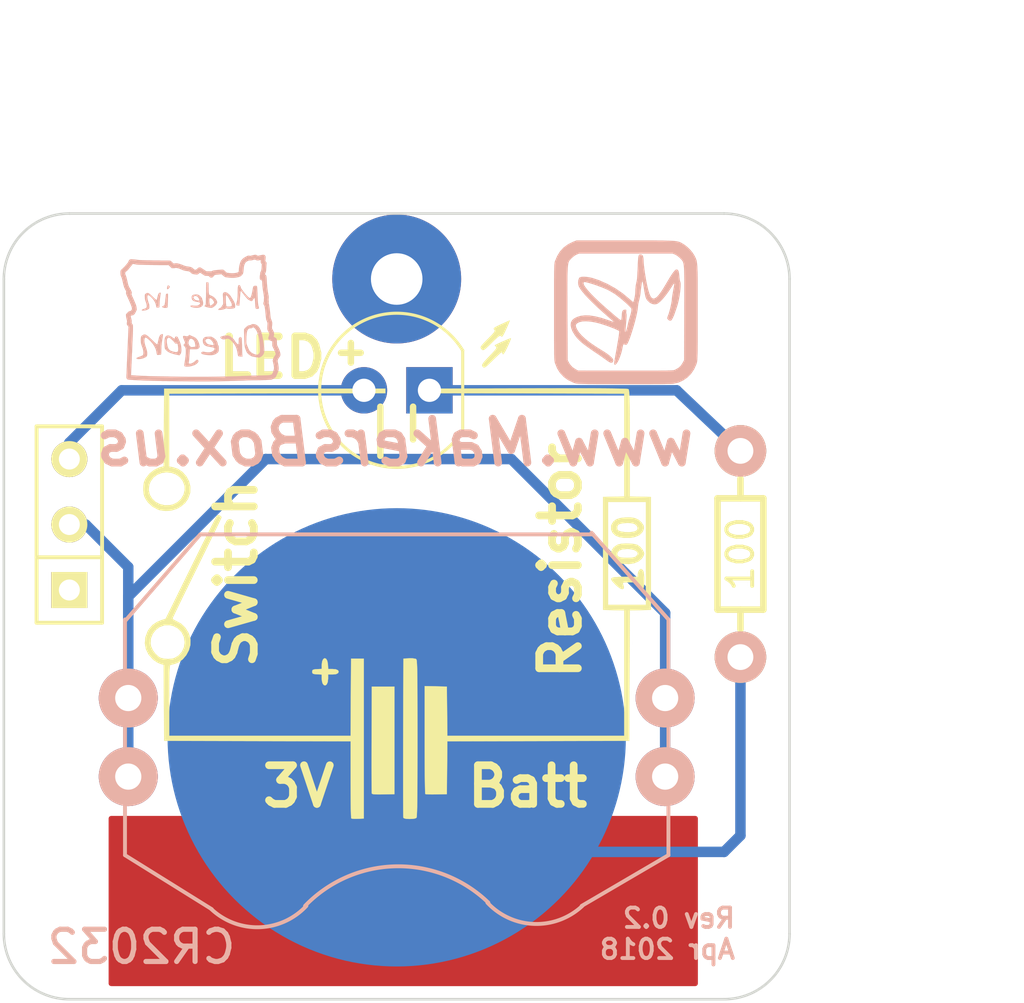
<source format=kicad_pcb>
(kicad_pcb (version 4) (host pcbnew 4.0.2+dfsg1-stable)

  (general
    (links 7)
    (no_connects 0)
    (area 159.969999 72.339999 190.550001 102.920001)
    (thickness 1.6)
    (drawings 20)
    (tracks 22)
    (zones 0)
    (modules 9)
    (nets 6)
  )

  (page USLetter)
  (layers
    (0 F.Cu signal)
    (31 B.Cu signal)
    (34 B.Paste user)
    (35 F.Paste user)
    (36 B.SilkS user hide)
    (37 F.SilkS user)
    (38 B.Mask user)
    (39 F.Mask user)
    (40 Dwgs.User user)
    (44 Edge.Cuts user)
    (47 F.CrtYd user)
  )

  (setup
    (last_trace_width 0.1524)
    (user_trace_width 0.254)
    (user_trace_width 0.3048)
    (user_trace_width 0.4064)
    (user_trace_width 0.6096)
    (user_trace_width 2.032)
    (trace_clearance 0.1524)
    (zone_clearance 0.35)
    (zone_45_only no)
    (trace_min 0.1524)
    (segment_width 0.254)
    (edge_width 0.1)
    (via_size 0.6858)
    (via_drill 0.3302)
    (via_min_size 0.6858)
    (via_min_drill 0.3302)
    (user_via 1 0.5)
    (uvia_size 0.762)
    (uvia_drill 0.508)
    (uvias_allowed no)
    (uvia_min_size 0.508)
    (uvia_min_drill 0.127)
    (pcb_text_width 0.3)
    (pcb_text_size 1.5 1.5)
    (mod_edge_width 0.15)
    (mod_text_size 1 1)
    (mod_text_width 0.15)
    (pad_size 5 5)
    (pad_drill 2)
    (pad_to_mask_clearance 0)
    (aux_axis_origin 0 0)
    (grid_origin 210.82 95.25)
    (visible_elements 7FFCFFFF)
    (pcbplotparams
      (layerselection 0x010f0_80000001)
      (usegerberextensions true)
      (excludeedgelayer true)
      (linewidth 0.100000)
      (plotframeref false)
      (viasonmask false)
      (mode 1)
      (useauxorigin false)
      (hpglpennumber 1)
      (hpglpenspeed 20)
      (hpglpendiameter 15)
      (hpglpenoverlay 2)
      (psnegative false)
      (psa4output false)
      (plotreference true)
      (plotvalue true)
      (plotinvisibletext false)
      (padsonsilk false)
      (subtractmaskfromsilk false)
      (outputformat 1)
      (mirror false)
      (drillshape 0)
      (scaleselection 1)
      (outputdirectory gerbers/))
  )

  (net 0 "")
  (net 1 "Net-(BT1-Pad1)")
  (net 2 "Net-(D1-Pad1)")
  (net 3 "Net-(D1-Pad2)")
  (net 4 "Net-(BT1-Pad2)")
  (net 5 "Net-(SW1-Pad1)")

  (net_class Default "This is the default net class."
    (clearance 0.1524)
    (trace_width 0.1524)
    (via_dia 0.6858)
    (via_drill 0.3302)
    (uvia_dia 0.762)
    (uvia_drill 0.508)
    (add_net "Net-(BT1-Pad1)")
    (add_net "Net-(BT1-Pad2)")
    (add_net "Net-(D1-Pad1)")
    (add_net "Net-(D1-Pad2)")
    (add_net "Net-(SW1-Pad1)")
  )

  (module footprints:Resistor_Horz (layer F.Cu) (tedit 5AA1ED04) (tstamp 5A813C37)
    (at 188.595 85.598 270)
    (descr "Resistor, Axial,  RM 10mm, 1/3W,")
    (tags "Resistor, Axial, RM 10mm, 1/3W,")
    (path /59376ABD)
    (fp_text reference R1 (at 0 2.54 360) (layer F.SilkS) hide
      (effects (font (size 1 1) (thickness 0.15)))
    )
    (fp_text value 100 (at 0 0 270) (layer F.SilkS)
      (effects (font (size 1 1) (thickness 0.15)))
    )
    (fp_line (start 2.159 0.889) (end 2.159 -0.889) (layer F.SilkS) (width 0.254))
    (fp_line (start 2.159 -0.889) (end -2.159 -0.889) (layer F.SilkS) (width 0.254))
    (fp_line (start -2.159 0.889) (end 2.159 0.889) (layer F.SilkS) (width 0.254))
    (fp_line (start -2.159 0) (end -2.921 0) (layer F.SilkS) (width 0.254))
    (fp_line (start 2.159 0) (end 2.921 0) (layer F.SilkS) (width 0.254))
    (fp_line (start -2.159 0.889) (end -2.159 -0.889) (layer F.SilkS) (width 0.254))
    (pad 1 thru_hole circle (at -4 0 270) (size 1.99898 1.99898) (drill 1.00076) (layers *.Cu *.SilkS *.Mask)
      (net 2 "Net-(D1-Pad1)"))
    (pad 2 thru_hole circle (at 4 0 270) (size 1.99898 1.99898) (drill 1.00076) (layers *.Cu *.SilkS *.Mask)
      (net 4 "Net-(BT1-Pad2)"))
  )

  (module Pin_Headers:Pin_Header_Straight_1x01_Pitch2.54mm (layer F.Cu) (tedit 5AE3135B) (tstamp 5A812002)
    (at 175.26 74.93)
    (descr "Through hole straight pin header, 1x01, 2.54mm pitch, single row")
    (tags "Through hole pin header THT 1x01 2.54mm single row")
    (fp_text reference REF** (at 0 -2.33) (layer F.SilkS) hide
      (effects (font (size 1 1) (thickness 0.15)))
    )
    (fp_text value Pin_Header_Straight_1x01_Pitch2.54mm (at 0 1) (layer F.Fab) hide
      (effects (font (size 0.127 0.127) (thickness 0.03175)))
    )
    (fp_line (start -0.635 -1.27) (end 1.27 -1.27) (layer F.Fab) (width 0.1))
    (fp_line (start 1.27 -1.27) (end 1.27 1.27) (layer F.Fab) (width 0.1))
    (fp_line (start 1.27 1.27) (end -1.27 1.27) (layer F.Fab) (width 0.1))
    (fp_line (start -1.27 1.27) (end -1.27 -0.635) (layer F.Fab) (width 0.1))
    (fp_line (start -1.27 -0.635) (end -0.635 -1.27) (layer F.Fab) (width 0.1))
    (fp_line (start -1.8 -1.8) (end -1.8 1.8) (layer F.CrtYd) (width 0.05))
    (fp_line (start -1.8 1.8) (end 1.8 1.8) (layer F.CrtYd) (width 0.05))
    (fp_line (start 1.8 1.8) (end 1.8 -1.8) (layer F.CrtYd) (width 0.05))
    (fp_line (start 1.8 -1.8) (end -1.8 -1.8) (layer F.CrtYd) (width 0.05))
    (pad 1 thru_hole circle (at 0 0) (size 5 5) (drill 2) (layers *.Cu B.Mask))
  )

  (module myFootPrints:MadeInOregonRev25 (layer F.Cu) (tedit 0) (tstamp 5A8109E1)
    (at 167.64 76.454)
    (fp_text reference VAL (at 0 0) (layer F.SilkS) hide
      (effects (font (size 1.143 1.143) (thickness 0.1778)))
    )
    (fp_text value MadeInOregonRev25 (at 0 0) (layer F.SilkS) hide
      (effects (font (size 1.143 1.143) (thickness 0.1778)))
    )
    (fp_poly (pts (xy -3.09626 -1.76022) (xy -3.09626 -1.72212) (xy -3.09372 -1.69672) (xy -3.09118 -1.67386)
      (xy -3.0861 -1.65608) (xy -3.07594 -1.63576) (xy -3.0734 -1.62814) (xy -3.0607 -1.6002)
      (xy -3.05054 -1.5748) (xy -3.04038 -1.54432) (xy -3.03022 -1.50876) (xy -3.02006 -1.46304)
      (xy -3.00736 -1.4097) (xy -3.00228 -1.39192) (xy -2.98704 -1.31826) (xy -2.96926 -1.2573)
      (xy -2.95402 -1.20396) (xy -2.9337 -1.15824) (xy -2.91338 -1.1176) (xy -2.91338 -1.74752)
      (xy -2.91338 -1.76276) (xy -2.91084 -1.77546) (xy -2.90322 -1.78816) (xy -2.89052 -1.8034)
      (xy -2.86766 -1.82118) (xy -2.8575 -1.83134) (xy -2.82956 -1.8542) (xy -2.80416 -1.8796)
      (xy -2.78638 -1.90246) (xy -2.77876 -1.91008) (xy -2.76606 -1.92786) (xy -2.74574 -1.95326)
      (xy -2.72034 -1.98374) (xy -2.69494 -2.01422) (xy -2.6924 -2.01676) (xy -2.66954 -2.0447)
      (xy -2.64922 -2.0701) (xy -2.63652 -2.08788) (xy -2.6289 -2.09804) (xy -2.6289 -2.10058)
      (xy -2.62382 -2.10566) (xy -2.60604 -2.10566) (xy -2.58064 -2.10566) (xy -2.55016 -2.10058)
      (xy -2.51968 -2.0955) (xy -2.50952 -2.09296) (xy -2.49682 -2.09042) (xy -2.48412 -2.08534)
      (xy -2.46888 -2.08534) (xy -2.4511 -2.0828) (xy -2.4257 -2.08026) (xy -2.39268 -2.07772)
      (xy -2.35458 -2.07772) (xy -2.30632 -2.07518) (xy -2.2479 -2.07518) (xy -2.17678 -2.07264)
      (xy -2.09296 -2.0701) (xy -2.03962 -2.0701) (xy -1.95326 -2.06756) (xy -1.8669 -2.06756)
      (xy -1.78054 -2.06502) (xy -1.69672 -2.06502) (xy -1.61798 -2.06248) (xy -1.54686 -2.06248)
      (xy -1.48336 -2.06248) (xy -1.4351 -2.06248) (xy -1.4224 -2.06248) (xy -1.22936 -2.06248)
      (xy -1.1684 -2.00152) (xy -1.10744 -1.9431) (xy -1.0668 -1.9431) (xy -1.03886 -1.9431)
      (xy -1.0033 -1.94564) (xy -0.97536 -1.95072) (xy -0.94234 -1.95326) (xy -0.91186 -1.95072)
      (xy -0.87884 -1.94564) (xy -0.8382 -1.93548) (xy -0.79248 -1.9177) (xy -0.7366 -1.89484)
      (xy -0.72136 -1.88976) (xy -0.67818 -1.86944) (xy -0.64516 -1.85674) (xy -0.61722 -1.84912)
      (xy -0.59182 -1.84404) (xy -0.56388 -1.83896) (xy -0.5461 -1.83642) (xy -0.50038 -1.83134)
      (xy -0.46482 -1.82626) (xy -0.43688 -1.81864) (xy -0.41656 -1.80848) (xy -0.39624 -1.79578)
      (xy -0.37592 -1.77546) (xy -0.37338 -1.77292) (xy -0.35052 -1.7526) (xy -0.32512 -1.73482)
      (xy -0.30734 -1.72212) (xy -0.30734 -1.72212) (xy -0.28702 -1.71704) (xy -0.25654 -1.71196)
      (xy -0.22098 -1.70434) (xy -0.18288 -1.7018) (xy -0.14986 -1.69672) (xy -0.12446 -1.69672)
      (xy -0.10922 -1.69926) (xy -0.09652 -1.70688) (xy -0.07366 -1.71958) (xy -0.05334 -1.73736)
      (xy -0.03048 -1.75768) (xy -0.01524 -1.7653) (xy -0.00508 -1.76784) (xy 0 -1.7653)
      (xy 0.01016 -1.75768) (xy 0.03048 -1.74498) (xy 0.05842 -1.7272) (xy 0.0889 -1.70688)
      (xy 0.09652 -1.7018) (xy 0.18288 -1.64846) (xy 0.25908 -1.64592) (xy 0.29464 -1.64338)
      (xy 0.3175 -1.64084) (xy 0.3302 -1.6383) (xy 0.34036 -1.63322) (xy 0.34544 -1.6256)
      (xy 0.34798 -1.62052) (xy 0.3683 -1.59766) (xy 0.39624 -1.58242) (xy 0.42672 -1.5748)
      (xy 0.4318 -1.5748) (xy 0.45974 -1.58242) (xy 0.48768 -1.6002) (xy 0.51562 -1.63068)
      (xy 0.52578 -1.64338) (xy 0.53848 -1.65608) (xy 0.5461 -1.66624) (xy 0.55626 -1.67386)
      (xy 0.56896 -1.68148) (xy 0.58928 -1.68402) (xy 0.61468 -1.6891) (xy 0.65278 -1.69418)
      (xy 0.70104 -1.69672) (xy 0.71628 -1.69926) (xy 0.8255 -1.70942) (xy 0.85598 -1.68148)
      (xy 0.89154 -1.64846) (xy 0.9271 -1.62306) (xy 0.95758 -1.60274) (xy 0.96774 -1.59766)
      (xy 0.9906 -1.59258) (xy 1.02362 -1.5875) (xy 1.0668 -1.58242) (xy 1.11252 -1.57734)
      (xy 1.16332 -1.57226) (xy 1.21158 -1.56972) (xy 1.2573 -1.56972) (xy 1.25984 -1.56972)
      (xy 1.3081 -1.56972) (xy 1.35128 -1.5748) (xy 1.39446 -1.57988) (xy 1.44272 -1.59004)
      (xy 1.48844 -1.6002) (xy 1.52146 -1.61036) (xy 1.54686 -1.62306) (xy 1.56972 -1.63576)
      (xy 1.59258 -1.65608) (xy 1.61798 -1.68148) (xy 1.63576 -1.7018) (xy 1.651 -1.72212)
      (xy 1.65862 -1.74498) (xy 1.66624 -1.77292) (xy 1.67386 -1.80848) (xy 1.6764 -1.85166)
      (xy 1.68148 -1.90246) (xy 1.6891 -1.9812) (xy 1.7018 -2.04978) (xy 1.72212 -2.10566)
      (xy 1.74752 -2.15138) (xy 1.75006 -2.15646) (xy 1.77546 -2.18186) (xy 1.81356 -2.2098)
      (xy 1.82626 -2.21742) (xy 1.8542 -2.23012) (xy 1.87706 -2.24028) (xy 1.89484 -2.24282)
      (xy 1.9177 -2.24282) (xy 1.92024 -2.24282) (xy 1.95834 -2.24282) (xy 2.00152 -2.25044)
      (xy 2.032 -2.25806) (xy 2.0701 -2.27076) (xy 2.09804 -2.27584) (xy 2.11582 -2.27838)
      (xy 2.13106 -2.2733) (xy 2.1463 -2.26822) (xy 2.15392 -2.26314) (xy 2.1844 -2.2479)
      (xy 2.22758 -2.24282) (xy 2.27584 -2.2479) (xy 2.29108 -2.25298) (xy 2.31394 -2.25806)
      (xy 2.33426 -2.26314) (xy 2.34188 -2.26314) (xy 2.34188 -2.25806) (xy 2.34442 -2.23774)
      (xy 2.34442 -2.21488) (xy 2.34442 -2.21234) (xy 2.34442 -2.1844) (xy 2.34696 -2.16408)
      (xy 2.35204 -2.1463) (xy 2.36474 -2.12852) (xy 2.3876 -2.0955) (xy 2.37998 -1.97612)
      (xy 2.37744 -1.9304) (xy 2.37236 -1.89738) (xy 2.36982 -1.87198) (xy 2.36474 -1.8542)
      (xy 2.35966 -1.83896) (xy 2.35204 -1.82372) (xy 2.34696 -1.8161) (xy 2.33172 -1.78562)
      (xy 2.3241 -1.75768) (xy 2.3241 -1.73736) (xy 2.32156 -1.70942) (xy 2.31902 -1.68656)
      (xy 2.31648 -1.67894) (xy 2.31394 -1.66116) (xy 2.30886 -1.63576) (xy 2.30886 -1.60274)
      (xy 2.30886 -1.59004) (xy 2.30886 -1.55702) (xy 2.30886 -1.5367) (xy 2.31394 -1.52146)
      (xy 2.32156 -1.5113) (xy 2.33172 -1.4986) (xy 2.33426 -1.49606) (xy 2.35458 -1.48082)
      (xy 2.3749 -1.4732) (xy 2.37744 -1.47066) (xy 2.3876 -1.47066) (xy 2.39268 -1.46558)
      (xy 2.39776 -1.45034) (xy 2.4003 -1.42494) (xy 2.40284 -1.39192) (xy 2.40538 -1.35382)
      (xy 2.40538 -1.33096) (xy 2.40792 -1.28778) (xy 2.413 -1.2319) (xy 2.42062 -1.16078)
      (xy 2.43332 -1.07442) (xy 2.4511 -0.97536) (xy 2.4511 -0.96774) (xy 2.45872 -0.92456)
      (xy 2.4638 -0.88392) (xy 2.46888 -0.85344) (xy 2.47142 -0.83058) (xy 2.47396 -0.82296)
      (xy 2.47396 -0.81026) (xy 2.47142 -0.7874) (xy 2.47142 -0.75692) (xy 2.46888 -0.72644)
      (xy 2.46888 -0.69342) (xy 2.46634 -0.66294) (xy 2.4638 -0.64262) (xy 2.46126 -0.635)
      (xy 2.4511 -0.6096) (xy 2.44856 -0.57912) (xy 2.4511 -0.54864) (xy 2.46126 -0.52324)
      (xy 2.4765 -0.51054) (xy 2.48412 -0.49784) (xy 2.49174 -0.47244) (xy 2.5019 -0.4318)
      (xy 2.50952 -0.37592) (xy 2.51968 -0.30734) (xy 2.5273 -0.2286) (xy 2.53238 -0.16764)
      (xy 2.53746 -0.1143) (xy 2.54254 -0.0635) (xy 2.54762 -0.02032) (xy 2.5527 0.01524)
      (xy 2.55524 0.04064) (xy 2.55778 0.05334) (xy 2.56794 0.07366) (xy 2.5781 0.1016)
      (xy 2.58826 0.127) (xy 2.59588 0.14732) (xy 2.6035 0.16256) (xy 2.60604 0.18034)
      (xy 2.60858 0.20066) (xy 2.60858 0.22606) (xy 2.60604 0.25908) (xy 2.6035 0.3048)
      (xy 2.6035 0.32512) (xy 2.60096 0.37084) (xy 2.60096 0.4064) (xy 2.60604 0.43434)
      (xy 2.61366 0.45974) (xy 2.62636 0.48768) (xy 2.64668 0.5207) (xy 2.66446 0.5588)
      (xy 2.67462 0.58674) (xy 2.6797 0.61468) (xy 2.67462 0.64262) (xy 2.66446 0.68072)
      (xy 2.65938 0.69088) (xy 2.64668 0.72898) (xy 2.63906 0.75946) (xy 2.63906 0.77978)
      (xy 2.6416 0.79756) (xy 2.64922 0.8128) (xy 2.64922 0.81534) (xy 2.66446 0.83058)
      (xy 2.68986 0.84836) (xy 2.72034 0.86614) (xy 2.75336 0.87884) (xy 2.77368 0.88646)
      (xy 2.794 0.89154) (xy 2.794 0.98044) (xy 2.794 1.07188) (xy 2.82448 1.13538)
      (xy 2.8575 1.20396) (xy 2.8829 1.26238) (xy 2.90322 1.31064) (xy 2.91592 1.3462)
      (xy 2.921 1.36652) (xy 2.92354 1.3843) (xy 2.92354 1.39954) (xy 2.91592 1.41478)
      (xy 2.90068 1.4351) (xy 2.90068 1.43764) (xy 2.87274 1.47828) (xy 2.84988 1.51638)
      (xy 2.8321 1.5621) (xy 2.82448 1.59004) (xy 2.80924 1.64338) (xy 2.8321 1.74244)
      (xy 2.84734 1.80848) (xy 2.85496 1.86182) (xy 2.86004 1.90754) (xy 2.86004 1.94818)
      (xy 2.85242 1.98628) (xy 2.84226 2.02438) (xy 2.84226 2.02438) (xy 2.82702 2.06756)
      (xy 2.81432 2.10566) (xy 2.79908 2.13868) (xy 2.78892 2.16154) (xy 2.77876 2.1717)
      (xy 2.77876 2.17424) (xy 2.7686 2.17678) (xy 2.74828 2.1844) (xy 2.74066 2.18948)
      (xy 2.7178 2.1971) (xy 2.68224 2.20472) (xy 2.63398 2.2098) (xy 2.57302 2.21234)
      (xy 2.49682 2.21488) (xy 2.40792 2.21742) (xy 2.30632 2.21742) (xy 2.29616 2.21742)
      (xy 2.24028 2.21996) (xy 2.17424 2.21996) (xy 2.10058 2.2225) (xy 2.02184 2.2225)
      (xy 1.9431 2.22504) (xy 1.86944 2.23012) (xy 1.84912 2.23012) (xy 1.6129 2.23774)
      (xy 1.38684 2.2479) (xy 1.16332 2.25298) (xy 0.9398 2.25806) (xy 0.71882 2.26314)
      (xy 0.4953 2.26568) (xy 0.26924 2.26822) (xy 0.03556 2.26822) (xy -0.2032 2.26822)
      (xy -0.45466 2.26822) (xy -0.71628 2.26568) (xy -0.84836 2.26314) (xy -1.03378 2.2606)
      (xy -1.20396 2.25806) (xy -1.36144 2.25552) (xy -1.50622 2.25298) (xy -1.64084 2.25044)
      (xy -1.7653 2.2479) (xy -1.88214 2.24536) (xy -1.98882 2.24282) (xy -2.08788 2.23774)
      (xy -2.17932 2.2352) (xy -2.26822 2.23266) (xy -2.35204 2.22758) (xy -2.39776 2.22504)
      (xy -2.46126 2.2225) (xy -2.51968 2.21742) (xy -2.57302 2.21488) (xy -2.61874 2.21234)
      (xy -2.65176 2.2098) (xy -2.67462 2.2098) (xy -2.68732 2.2098) (xy -2.68732 2.2098)
      (xy -2.68732 2.20218) (xy -2.68478 2.17932) (xy -2.68478 2.1463) (xy -2.68224 2.09804)
      (xy -2.6797 2.03962) (xy -2.67716 1.97104) (xy -2.67208 1.8923) (xy -2.66954 1.80594)
      (xy -2.66446 1.70942) (xy -2.65938 1.60782) (xy -2.65684 1.50114) (xy -2.65176 1.38684)
      (xy -2.64414 1.27) (xy -2.64414 1.25476) (xy -2.63906 1.11506) (xy -2.63398 0.98806)
      (xy -2.6289 0.87376) (xy -2.62382 0.77216) (xy -2.61874 0.68326) (xy -2.6162 0.60452)
      (xy -2.61366 0.53848) (xy -2.61112 0.47752) (xy -2.61112 0.42926) (xy -2.61112 0.38608)
      (xy -2.61112 0.35306) (xy -2.61112 0.32258) (xy -2.61112 0.29972) (xy -2.61366 0.28194)
      (xy -2.6162 0.2667) (xy -2.61874 0.25654) (xy -2.62128 0.24638) (xy -2.62636 0.23876)
      (xy -2.63144 0.23368) (xy -2.63652 0.22606) (xy -2.6416 0.21844) (xy -2.6543 0.2032)
      (xy -2.66192 0.18796) (xy -2.66446 0.17272) (xy -2.66192 0.14732) (xy -2.66192 0.13716)
      (xy -2.66192 0.1016) (xy -2.66446 0.06858) (xy -2.67462 0.02794) (xy -2.67462 0.0254)
      (xy -2.68732 -0.01778) (xy -2.69494 -0.04826) (xy -2.69748 -0.07112) (xy -2.69748 -0.08382)
      (xy -2.69494 -0.09398) (xy -2.68732 -0.09906) (xy -2.68732 -0.1016) (xy -2.66954 -0.10668)
      (xy -2.64668 -0.1143) (xy -2.63652 -0.1143) (xy -2.60858 -0.12192) (xy -2.58572 -0.13208)
      (xy -2.5654 -0.14732) (xy -2.54762 -0.17018) (xy -2.52476 -0.20574) (xy -2.50698 -0.2413)
      (xy -2.4638 -0.3302) (xy -2.47142 -0.40894) (xy -2.4765 -0.43942) (xy -2.48158 -0.46736)
      (xy -2.4892 -0.49276) (xy -2.49682 -0.5207) (xy -2.50952 -0.55626) (xy -2.52984 -0.59944)
      (xy -2.53492 -0.61214) (xy -2.55524 -0.66294) (xy -2.5781 -0.71374) (xy -2.60096 -0.76708)
      (xy -2.62128 -0.8128) (xy -2.63144 -0.83058) (xy -2.64668 -0.86868) (xy -2.65938 -0.89662)
      (xy -2.667 -0.91694) (xy -2.66954 -0.92964) (xy -2.667 -0.9398) (xy -2.667 -0.94996)
      (xy -2.65938 -0.97536) (xy -2.65938 -1.00584) (xy -2.66954 -1.03886) (xy -2.68732 -1.0795)
      (xy -2.71272 -1.12776) (xy -2.71526 -1.1303) (xy -2.73812 -1.17094) (xy -2.75844 -1.2065)
      (xy -2.77368 -1.23698) (xy -2.78384 -1.26746) (xy -2.79654 -1.30048) (xy -2.8067 -1.34112)
      (xy -2.81686 -1.38684) (xy -2.82702 -1.43256) (xy -2.84226 -1.49606) (xy -2.85496 -1.54686)
      (xy -2.86512 -1.5875) (xy -2.87528 -1.62052) (xy -2.88544 -1.64846) (xy -2.89306 -1.67132)
      (xy -2.90068 -1.68148) (xy -2.9083 -1.70942) (xy -2.91338 -1.7399) (xy -2.91338 -1.74752)
      (xy -2.91338 -1.1176) (xy -2.91084 -1.11506) (xy -2.90576 -1.09982) (xy -2.88798 -1.07188)
      (xy -2.87782 -1.04902) (xy -2.87274 -1.03632) (xy -2.87274 -1.02616) (xy -2.87782 -1.016)
      (xy -2.88036 -0.99822) (xy -2.8829 -0.98044) (xy -2.87782 -0.95758) (xy -2.8702 -0.92964)
      (xy -2.85496 -0.89408) (xy -2.83464 -0.84582) (xy -2.8194 -0.81534) (xy -2.78384 -0.73406)
      (xy -2.74828 -0.65786) (xy -2.72034 -0.58928) (xy -2.69494 -0.52832) (xy -2.67462 -0.47752)
      (xy -2.66192 -0.43688) (xy -2.6543 -0.40894) (xy -2.6543 -0.4064) (xy -2.64922 -0.37846)
      (xy -2.65176 -0.36068) (xy -2.65684 -0.34036) (xy -2.66446 -0.32766) (xy -2.67462 -0.30734)
      (xy -2.68732 -0.29464) (xy -2.70256 -0.28702) (xy -2.72542 -0.28194) (xy -2.73812 -0.2794)
      (xy -2.75336 -0.27686) (xy -2.77114 -0.2667) (xy -2.78892 -0.25146) (xy -2.81686 -0.22606)
      (xy -2.82448 -0.2159) (xy -2.84988 -0.1905) (xy -2.86766 -0.17272) (xy -2.87782 -0.16002)
      (xy -2.8829 -0.14732) (xy -2.8829 -0.13208) (xy -2.8829 -0.12192) (xy -2.88036 -0.06858)
      (xy -2.86766 -0.00762) (xy -2.85242 0.05588) (xy -2.8448 0.08382) (xy -2.84226 0.10668)
      (xy -2.84226 0.12954) (xy -2.8448 0.16002) (xy -2.84734 0.1651) (xy -2.84988 0.19812)
      (xy -2.84988 0.22606) (xy -2.84226 0.24892) (xy -2.82448 0.27686) (xy -2.8067 0.29972)
      (xy -2.78384 0.32766) (xy -2.82702 1.3081) (xy -2.8321 1.42748) (xy -2.83718 1.54432)
      (xy -2.84226 1.65608) (xy -2.84734 1.76276) (xy -2.84988 1.86182) (xy -2.85496 1.95326)
      (xy -2.8575 2.03708) (xy -2.86004 2.11074) (xy -2.86258 2.17424) (xy -2.86512 2.22758)
      (xy -2.86512 2.26822) (xy -2.86512 2.29616) (xy -2.86512 2.3114) (xy -2.86512 2.3114)
      (xy -2.85496 2.3368) (xy -2.83464 2.35966) (xy -2.81178 2.3749) (xy -2.8067 2.37744)
      (xy -2.794 2.37998) (xy -2.76606 2.38252) (xy -2.72796 2.38506) (xy -2.6797 2.39014)
      (xy -2.62128 2.39268) (xy -2.55778 2.39776) (xy -2.48412 2.4003) (xy -2.40792 2.40538)
      (xy -2.32664 2.40792) (xy -2.24536 2.413) (xy -2.16154 2.41554) (xy -2.08026 2.41808)
      (xy -1.99898 2.42062) (xy -1.92278 2.42316) (xy -1.85166 2.4257) (xy -1.80848 2.42824)
      (xy -1.74752 2.42824) (xy -1.67386 2.43078) (xy -1.59004 2.43078) (xy -1.4986 2.43332)
      (xy -1.397 2.43586) (xy -1.29032 2.43586) (xy -1.1811 2.4384) (xy -1.0668 2.4384)
      (xy -0.95504 2.44094) (xy -0.84582 2.44348) (xy -0.80264 2.44348) (xy -0.70104 2.44348)
      (xy -0.59944 2.44602) (xy -0.50038 2.44602) (xy -0.40386 2.44856) (xy -0.31496 2.44856)
      (xy -0.23114 2.44856) (xy -0.15748 2.4511) (xy -0.09398 2.4511) (xy -0.04064 2.4511)
      (xy 0 2.4511) (xy 0.02286 2.4511) (xy 0.05842 2.4511) (xy 0.10922 2.4511)
      (xy 0.17018 2.4511) (xy 0.2413 2.4511) (xy 0.3175 2.4511) (xy 0.39878 2.44856)
      (xy 0.4826 2.44856) (xy 0.56642 2.44602) (xy 0.60198 2.44602) (xy 0.75692 2.44348)
      (xy 0.90678 2.4384) (xy 1.0541 2.43586) (xy 1.1938 2.43078) (xy 1.32588 2.42824)
      (xy 1.45034 2.42316) (xy 1.56464 2.42062) (xy 1.66624 2.41808) (xy 1.7526 2.413)
      (xy 1.77038 2.413) (xy 1.82626 2.41046) (xy 1.8923 2.40792) (xy 1.96342 2.40792)
      (xy 2.03454 2.40538) (xy 2.10312 2.40538) (xy 2.12852 2.40538) (xy 2.19456 2.40538)
      (xy 2.26822 2.40284) (xy 2.3495 2.40284) (xy 2.42824 2.39776) (xy 2.50444 2.39522)
      (xy 2.54254 2.39522) (xy 2.75844 2.38252) (xy 2.82956 2.3495) (xy 2.86258 2.33172)
      (xy 2.88798 2.31902) (xy 2.90576 2.30632) (xy 2.91084 2.30124) (xy 2.92608 2.28092)
      (xy 2.94132 2.25044) (xy 2.96164 2.2098) (xy 2.97942 2.16662) (xy 2.9972 2.12344)
      (xy 3.01244 2.08534) (xy 3.02514 2.0447) (xy 3.03276 2.01168) (xy 3.03784 1.98628)
      (xy 3.04038 1.9558) (xy 3.04038 1.93548) (xy 3.0353 1.86182) (xy 3.0226 1.778)
      (xy 3.00736 1.70434) (xy 2.99974 1.66878) (xy 2.99974 1.64084) (xy 3.00736 1.61036)
      (xy 3.0226 1.57734) (xy 3.04546 1.53924) (xy 3.0607 1.52146) (xy 3.08356 1.4859)
      (xy 3.0988 1.4605) (xy 3.10642 1.4351) (xy 3.10896 1.4097) (xy 3.10642 1.37668)
      (xy 3.0988 1.33858) (xy 3.09118 1.3081) (xy 3.07848 1.26746) (xy 3.0607 1.22174)
      (xy 3.04038 1.1684) (xy 3.01498 1.1176) (xy 2.99466 1.07442) (xy 2.98704 1.05664)
      (xy 2.97942 1.0414) (xy 2.97688 1.02362) (xy 2.97434 1.0033) (xy 2.97434 0.97282)
      (xy 2.97434 0.93218) (xy 2.97434 0.9271) (xy 2.9718 0.87884) (xy 2.96926 0.8382)
      (xy 2.96418 0.81026) (xy 2.95148 0.7874) (xy 2.9337 0.76708) (xy 2.90576 0.7493)
      (xy 2.86766 0.72898) (xy 2.84734 0.71882) (xy 2.84734 0.7112) (xy 2.84988 0.69342)
      (xy 2.85496 0.66802) (xy 2.8575 0.6604) (xy 2.86258 0.61468) (xy 2.86258 0.5842)
      (xy 2.86258 0.57658) (xy 2.84988 0.5334) (xy 2.82956 0.48768) (xy 2.8067 0.44196)
      (xy 2.79908 0.42926) (xy 2.79146 0.41656) (xy 2.78638 0.40386) (xy 2.7813 0.38862)
      (xy 2.7813 0.37084) (xy 2.7813 0.34798) (xy 2.7813 0.3175) (xy 2.78638 0.27432)
      (xy 2.79146 0.22098) (xy 2.79146 0.21844) (xy 2.79146 0.19304) (xy 2.79146 0.16764)
      (xy 2.78384 0.1397) (xy 2.77622 0.11176) (xy 2.76352 0.07874) (xy 2.75336 0.04826)
      (xy 2.7432 0.0254) (xy 2.74066 0.02032) (xy 2.73558 0.00762) (xy 2.7305 -0.0127)
      (xy 2.72796 -0.04064) (xy 2.72288 -0.07874) (xy 2.7178 -0.12954) (xy 2.71272 -0.1905)
      (xy 2.7051 -0.25908) (xy 2.69748 -0.32512) (xy 2.68986 -0.38862) (xy 2.6797 -0.44958)
      (xy 2.67208 -0.50292) (xy 2.66446 -0.5461) (xy 2.6543 -0.57658) (xy 2.65176 -0.58674)
      (xy 2.65176 -0.60452) (xy 2.6543 -0.6223) (xy 2.65684 -0.6477) (xy 2.65176 -0.68326)
      (xy 2.65176 -0.68326) (xy 2.64668 -0.71628) (xy 2.64922 -0.75184) (xy 2.65176 -0.76962)
      (xy 2.6543 -0.79248) (xy 2.65684 -0.8128) (xy 2.6543 -0.83566) (xy 2.65176 -0.8636)
      (xy 2.64414 -0.90424) (xy 2.6416 -0.91948) (xy 2.62382 -1.01346) (xy 2.61112 -1.09982)
      (xy 2.60096 -1.1811) (xy 2.59334 -1.26238) (xy 2.58572 -1.35128) (xy 2.58064 -1.42748)
      (xy 2.5781 -1.49352) (xy 2.57302 -1.54432) (xy 2.57048 -1.58496) (xy 2.5654 -1.61544)
      (xy 2.56286 -1.6383) (xy 2.55524 -1.65608) (xy 2.54762 -1.66878) (xy 2.53746 -1.6764)
      (xy 2.52984 -1.68402) (xy 2.51714 -1.69418) (xy 2.51206 -1.70688) (xy 2.5146 -1.72466)
      (xy 2.52222 -1.75006) (xy 2.53238 -1.77546) (xy 2.53238 -1.77546) (xy 2.54 -1.78816)
      (xy 2.54254 -1.79832) (xy 2.54762 -1.81102) (xy 2.55016 -1.8288) (xy 2.5527 -1.85166)
      (xy 2.55524 -1.88214) (xy 2.55778 -1.92532) (xy 2.56286 -1.97866) (xy 2.56286 -2.0066)
      (xy 2.57302 -2.159) (xy 2.54762 -2.18948) (xy 2.52222 -2.21996) (xy 2.52984 -2.29616)
      (xy 2.53238 -2.34442) (xy 2.53238 -2.37998) (xy 2.52984 -2.40538) (xy 2.51968 -2.4257)
      (xy 2.50698 -2.44094) (xy 2.50444 -2.44348) (xy 2.4892 -2.45618) (xy 2.47142 -2.46126)
      (xy 2.44856 -2.4638) (xy 2.42062 -2.4638) (xy 2.38252 -2.45618) (xy 2.33172 -2.44602)
      (xy 2.32664 -2.44348) (xy 2.2352 -2.42316) (xy 2.19964 -2.44348) (xy 2.17424 -2.45618)
      (xy 2.15138 -2.4638) (xy 2.12344 -2.4638) (xy 2.09296 -2.45872) (xy 2.04978 -2.4511)
      (xy 2.0193 -2.44348) (xy 1.98374 -2.43332) (xy 1.9558 -2.4257) (xy 1.93802 -2.42316)
      (xy 1.92024 -2.4257) (xy 1.90754 -2.42824) (xy 1.88722 -2.43078) (xy 1.86944 -2.43078)
      (xy 1.84912 -2.42824) (xy 1.82372 -2.41808) (xy 1.79324 -2.40284) (xy 1.76022 -2.38506)
      (xy 1.71958 -2.3622) (xy 1.6891 -2.34442) (xy 1.66624 -2.32664) (xy 1.64846 -2.3114)
      (xy 1.63068 -2.29362) (xy 1.6129 -2.27076) (xy 1.59258 -2.2479) (xy 1.57734 -2.22504)
      (xy 1.56718 -2.20472) (xy 1.55702 -2.17932) (xy 1.54432 -2.1463) (xy 1.53162 -2.10312)
      (xy 1.52908 -2.09296) (xy 1.51638 -2.0447) (xy 1.50876 -2.00406) (xy 1.50368 -1.96596)
      (xy 1.4986 -1.92278) (xy 1.4986 -1.90754) (xy 1.49606 -1.86182) (xy 1.49352 -1.8288)
      (xy 1.4859 -1.80594) (xy 1.4732 -1.7907) (xy 1.45288 -1.778) (xy 1.4224 -1.77038)
      (xy 1.39446 -1.76276) (xy 1.3335 -1.7526) (xy 1.26238 -1.74752) (xy 1.18364 -1.75006)
      (xy 1.10998 -1.75768) (xy 1.03124 -1.7653) (xy 0.9652 -1.82372) (xy 0.9398 -1.84912)
      (xy 0.9144 -1.8669) (xy 0.89408 -1.88214) (xy 0.88392 -1.88722) (xy 0.86868 -1.88722)
      (xy 0.84328 -1.88722) (xy 0.80518 -1.88722) (xy 0.762 -1.88214) (xy 0.7112 -1.8796)
      (xy 0.6604 -1.87452) (xy 0.6096 -1.86944) (xy 0.56642 -1.86436) (xy 0.52324 -1.85674)
      (xy 0.49276 -1.85166) (xy 0.47244 -1.8415) (xy 0.45974 -1.83642) (xy 0.44958 -1.8288)
      (xy 0.43942 -1.82372) (xy 0.42418 -1.82118) (xy 0.40386 -1.82118) (xy 0.37592 -1.82118)
      (xy 0.33782 -1.82118) (xy 0.23622 -1.82372) (xy 0.13208 -1.8923) (xy 0.09398 -1.9177)
      (xy 0.06096 -1.93802) (xy 0.03302 -1.9558) (xy 0.0127 -1.96596) (xy 0.00508 -1.97104)
      (xy -0.02286 -1.97866) (xy -0.04826 -1.97358) (xy -0.07874 -1.95834) (xy -0.1143 -1.92786)
      (xy -0.11684 -1.92532) (xy -0.1397 -1.905) (xy -0.15748 -1.8923) (xy -0.17272 -1.88468)
      (xy -0.18796 -1.88214) (xy -0.19304 -1.88214) (xy -0.21082 -1.88468) (xy -0.22352 -1.88722)
      (xy -0.2413 -1.89992) (xy -0.26162 -1.9177) (xy -0.27178 -1.92786) (xy -0.30226 -1.95326)
      (xy -0.33528 -1.97358) (xy -0.37338 -1.98882) (xy -0.41656 -1.99898) (xy -0.47244 -2.00914)
      (xy -0.50038 -2.01168) (xy -0.53848 -2.01676) (xy -0.56896 -2.02438) (xy -0.59944 -2.03454)
      (xy -0.635 -2.04724) (xy -0.66548 -2.05994) (xy -0.70866 -2.07772) (xy -0.75692 -2.0955)
      (xy -0.80264 -2.11074) (xy -0.83058 -2.11836) (xy -0.86868 -2.12598) (xy -0.89662 -2.1336)
      (xy -0.91948 -2.1336) (xy -0.94234 -2.1336) (xy -0.97282 -2.13106) (xy -1.03378 -2.12344)
      (xy -1.0922 -2.17678) (xy -1.12776 -2.2098) (xy -1.1557 -2.23012) (xy -1.17348 -2.2352)
      (xy -1.18618 -2.23774) (xy -1.21412 -2.23774) (xy -1.24968 -2.24028) (xy -1.2954 -2.24028)
      (xy -1.3462 -2.24028) (xy -1.40208 -2.24028) (xy -1.40462 -2.24028) (xy -1.48844 -2.24028)
      (xy -1.57734 -2.24282) (xy -1.66878 -2.24282) (xy -1.76022 -2.24282) (xy -1.85166 -2.24536)
      (xy -1.94056 -2.2479) (xy -2.02438 -2.2479) (xy -2.10566 -2.25044) (xy -2.18186 -2.25298)
      (xy -2.25044 -2.25552) (xy -2.30886 -2.25806) (xy -2.35966 -2.2606) (xy -2.39776 -2.26314)
      (xy -2.42316 -2.26568) (xy -2.43586 -2.26822) (xy -2.45364 -2.27076) (xy -2.48666 -2.27584)
      (xy -2.52476 -2.28092) (xy -2.5654 -2.28346) (xy -2.58572 -2.286) (xy -2.63144 -2.28854)
      (xy -2.66446 -2.29108) (xy -2.68732 -2.29108) (xy -2.7051 -2.29108) (xy -2.7178 -2.28854)
      (xy -2.72796 -2.28346) (xy -2.7305 -2.28092) (xy -2.7559 -2.2606) (xy -2.77876 -2.22758)
      (xy -2.78892 -2.19202) (xy -2.79654 -2.17678) (xy -2.81178 -2.15392) (xy -2.8321 -2.13106)
      (xy -2.83718 -2.12344) (xy -2.86258 -2.09296) (xy -2.88544 -2.06502) (xy -2.90576 -2.04216)
      (xy -2.9083 -2.03708) (xy -2.92354 -2.0193) (xy -2.94894 -1.9939) (xy -2.97688 -1.96596)
      (xy -3.00482 -1.93802) (xy -3.03276 -1.91262) (xy -3.05816 -1.88976) (xy -3.07594 -1.87198)
      (xy -3.0861 -1.85928) (xy -3.0861 -1.85928) (xy -3.09118 -1.8415) (xy -3.09626 -1.81102)
      (xy -3.09626 -1.77038) (xy -3.09626 -1.76022) (xy -3.09626 -1.76022)) (layer B.SilkS) (width 0.00254))
    (fp_poly (pts (xy -0.67056 0.70358) (xy -0.67056 0.72136) (xy -0.66802 0.72644) (xy -0.66548 0.74676)
      (xy -0.65532 0.7747) (xy -0.64262 0.80772) (xy -0.63246 0.83312) (xy -0.61468 0.8763)
      (xy -0.60198 0.90932) (xy -0.59436 0.93218) (xy -0.59182 0.94996) (xy -0.5969 0.9652)
      (xy -0.60198 0.9779) (xy -0.61722 0.99568) (xy -0.63246 1.01092) (xy -0.64516 1.02362)
      (xy -0.6477 1.03632) (xy -0.64262 1.05156) (xy -0.62484 1.07188) (xy -0.6223 1.07696)
      (xy -0.59944 1.10236) (xy -0.5842 1.12522) (xy -0.57404 1.14554) (xy -0.56896 1.17348)
      (xy -0.56388 1.2065) (xy -0.56134 1.24968) (xy -0.56134 1.26238) (xy -0.56134 1.31572)
      (xy -0.56134 1.36652) (xy -0.56642 1.41986) (xy -0.5715 1.47828) (xy -0.58166 1.54686)
      (xy -0.59182 1.62306) (xy -0.59944 1.66116) (xy -0.60706 1.71704) (xy -0.61468 1.76022)
      (xy -0.61722 1.79324) (xy -0.61976 1.8161) (xy -0.61722 1.83388) (xy -0.61468 1.84658)
      (xy -0.6096 1.85674) (xy -0.6096 1.85928) (xy -0.60198 1.8669) (xy -0.59436 1.86944)
      (xy -0.58166 1.87198) (xy -0.56134 1.87452) (xy -0.53086 1.87452) (xy -0.51308 1.87452)
      (xy -0.47752 1.87452) (xy -0.45974 1.87198) (xy -0.45974 0.94234) (xy -0.45212 0.89662)
      (xy -0.43688 0.85344) (xy -0.41402 0.81788) (xy -0.40894 0.81026) (xy -0.38354 0.79502)
      (xy -0.35306 0.79248) (xy -0.32258 0.8001) (xy -0.2921 0.81788) (xy -0.26162 0.84582)
      (xy -0.23622 0.87884) (xy -0.21844 0.91948) (xy -0.21336 0.92964) (xy -0.20828 0.9525)
      (xy -0.2032 0.98044) (xy -0.19812 1.01092) (xy -0.19304 1.0414) (xy -0.1905 1.06934)
      (xy -0.18796 1.08712) (xy -0.1905 1.09728) (xy -0.20066 1.09982) (xy -0.22098 1.1049)
      (xy -0.24892 1.10998) (xy -0.2794 1.11252) (xy -0.30734 1.11506) (xy -0.3302 1.1176)
      (xy -0.34036 1.1176) (xy -0.36322 1.10998) (xy -0.38862 1.09474) (xy -0.39878 1.08458)
      (xy -0.4191 1.06172) (xy -0.43688 1.03886) (xy -0.44196 1.02616) (xy -0.4572 0.98806)
      (xy -0.45974 0.94234) (xy -0.45974 1.87198) (xy -0.4445 1.87198) (xy -0.42164 1.87198)
      (xy -0.41148 1.86944) (xy -0.37338 1.86182) (xy -0.3302 1.85166) (xy -0.28448 1.83642)
      (xy -0.24384 1.82372) (xy -0.21336 1.80848) (xy -0.20828 1.80848) (xy -0.17018 1.78562)
      (xy -0.13462 1.75768) (xy -0.10414 1.7272) (xy -0.08382 1.69926) (xy -0.07112 1.67386)
      (xy -0.07112 1.651) (xy -0.07112 1.651) (xy -0.08382 1.63068) (xy -0.10414 1.6129)
      (xy -0.12446 1.60528) (xy -0.12446 1.60528) (xy -0.1397 1.6129) (xy -0.16256 1.62814)
      (xy -0.19558 1.65608) (xy -0.20066 1.65862) (xy -0.24384 1.69672) (xy -0.28702 1.72466)
      (xy -0.3302 1.74498) (xy -0.37084 1.75768) (xy -0.40386 1.76276) (xy -0.4318 1.75514)
      (xy -0.43942 1.75006) (xy -0.44958 1.74244) (xy -0.45212 1.73482) (xy -0.45212 1.71958)
      (xy -0.44704 1.69672) (xy -0.4445 1.69418) (xy -0.44196 1.67386) (xy -0.43688 1.64338)
      (xy -0.4318 1.60274) (xy -0.42926 1.55194) (xy -0.42418 1.4859) (xy -0.4191 1.4097)
      (xy -0.41402 1.31826) (xy -0.41148 1.29286) (xy -0.4064 1.20142) (xy -0.27178 1.20142)
      (xy -0.21336 1.20142) (xy -0.17018 1.20142) (xy -0.13462 1.19888) (xy -0.10668 1.19126)
      (xy -0.08636 1.18364) (xy -0.06858 1.1684) (xy -0.0508 1.15316) (xy -0.04572 1.14808)
      (xy -0.03048 1.12776) (xy -0.0254 1.11506) (xy -0.0254 1.09474) (xy -0.02794 1.08458)
      (xy -0.04318 0.99822) (xy -0.06858 0.92202) (xy -0.1016 0.85598) (xy -0.14224 0.8001)
      (xy -0.1524 0.78994) (xy -0.18796 0.75692) (xy -0.22352 0.73406) (xy -0.26416 0.71374)
      (xy -0.29718 0.70104) (xy -0.3302 0.68834) (xy -0.36322 0.6731) (xy -0.37846 0.66548)
      (xy -0.4191 0.64262) (xy -0.44704 0.66548) (xy -0.4699 0.68326) (xy -0.49022 0.69596)
      (xy -0.51308 0.6985) (xy -0.54102 0.69596) (xy -0.57404 0.69088) (xy -0.60706 0.68326)
      (xy -0.62992 0.68326) (xy -0.64516 0.68326) (xy -0.65532 0.6858) (xy -0.66802 0.69342)
      (xy -0.67056 0.70358) (xy -0.67056 0.70358)) (layer B.SilkS) (width 0.00254))
    (fp_poly (pts (xy -2.47904 1.55448) (xy -2.47142 1.56464) (xy -2.47142 1.56718) (xy -2.45364 1.5748)
      (xy -2.4257 1.57988) (xy -2.39014 1.58242) (xy -2.3495 1.57988) (xy -2.30886 1.57734)
      (xy -2.29108 1.57226) (xy -2.24536 1.5621) (xy -2.1971 1.54686) (xy -2.15392 1.52654)
      (xy -2.11836 1.50622) (xy -2.0955 1.49098) (xy -2.08026 1.47828) (xy -2.07264 1.46558)
      (xy -2.06756 1.44526) (xy -2.06248 1.41986) (xy -2.05994 1.41224) (xy -2.0574 1.35636)
      (xy -2.06248 1.30048) (xy -2.07518 1.23698) (xy -2.09804 1.16586) (xy -2.10312 1.14808)
      (xy -2.13106 1.0668) (xy -2.15138 0.99568) (xy -2.16408 0.93218) (xy -2.16916 0.87376)
      (xy -2.16916 0.86614) (xy -2.16662 0.81788) (xy -2.159 0.77978) (xy -2.1463 0.75692)
      (xy -2.12598 0.74676) (xy -2.10058 0.75184) (xy -2.0955 0.75184) (xy -2.07772 0.76454)
      (xy -2.04978 0.78486) (xy -2.0193 0.81026) (xy -1.98628 0.8382) (xy -1.95326 0.86868)
      (xy -1.92278 0.89662) (xy -1.91516 0.90678) (xy -1.8415 0.99314) (xy -1.78308 1.08458)
      (xy -1.73736 1.17602) (xy -1.70688 1.27) (xy -1.69672 1.3335) (xy -1.69164 1.36398)
      (xy -1.68402 1.39192) (xy -1.6764 1.4097) (xy -1.6764 1.4097) (xy -1.66878 1.41986)
      (xy -1.66116 1.4224) (xy -1.64592 1.42494) (xy -1.62306 1.4224) (xy -1.59258 1.41732)
      (xy -1.55702 1.41224) (xy -1.51892 1.40462) (xy -1.51384 1.32334) (xy -1.5113 1.28016)
      (xy -1.5113 1.22936) (xy -1.50876 1.1811) (xy -1.50876 1.16078) (xy -1.50876 1.11252)
      (xy -1.50622 1.06426) (xy -1.50114 1.016) (xy -1.49606 0.96266) (xy -1.4859 0.89916)
      (xy -1.47574 0.82804) (xy -1.46812 0.78232) (xy -1.4605 0.7366) (xy -1.45542 0.69596)
      (xy -1.45034 0.6604) (xy -1.4478 0.63754) (xy -1.4478 0.62484) (xy -1.4478 0.6223)
      (xy -1.45796 0.61468) (xy -1.47574 0.61214) (xy -1.50114 0.61722) (xy -1.52654 0.62992)
      (xy -1.54686 0.64516) (xy -1.56464 0.66548) (xy -1.57988 0.69342) (xy -1.59512 0.73152)
      (xy -1.61036 0.77978) (xy -1.62306 0.84328) (xy -1.6256 0.84836) (xy -1.6383 0.9017)
      (xy -1.64592 0.94488) (xy -1.65608 0.97536) (xy -1.66116 0.99568) (xy -1.66624 1.00838)
      (xy -1.67132 1.01346) (xy -1.6764 1.016) (xy -1.6764 1.016) (xy -1.68402 1.01092)
      (xy -1.7018 0.99568) (xy -1.7272 0.97536) (xy -1.75768 0.94742) (xy -1.79324 0.9144)
      (xy -1.83134 0.8763) (xy -1.83388 0.87376) (xy -1.89992 0.81026) (xy -1.9558 0.75946)
      (xy -2.00152 0.71628) (xy -2.04216 0.68326) (xy -2.07772 0.65786) (xy -2.10566 0.64008)
      (xy -2.13106 0.62992) (xy -2.15392 0.62484) (xy -2.17678 0.62738) (xy -2.19964 0.63246)
      (xy -2.2225 0.64516) (xy -2.24282 0.65786) (xy -2.26822 0.67564) (xy -2.286 0.69342)
      (xy -2.29616 0.71882) (xy -2.30378 0.7493) (xy -2.30632 0.78994) (xy -2.30886 0.83566)
      (xy -2.30632 0.90424) (xy -2.30124 0.96266) (xy -2.28854 1.01346) (xy -2.27076 1.0668)
      (xy -2.26314 1.08712) (xy -2.24028 1.14808) (xy -2.2225 1.20904) (xy -2.21234 1.26746)
      (xy -2.20472 1.3208) (xy -2.20726 1.36906) (xy -2.21234 1.39954) (xy -2.21996 1.41732)
      (xy -2.23266 1.43256) (xy -2.25298 1.4478) (xy -2.28092 1.4605) (xy -2.31902 1.47574)
      (xy -2.3622 1.49098) (xy -2.39776 1.50368) (xy -2.42824 1.51638) (xy -2.45364 1.52908)
      (xy -2.4638 1.5367) (xy -2.4765 1.54686) (xy -2.47904 1.55448) (xy -2.47904 1.55448)) (layer B.SilkS) (width 0.00254))
    (fp_poly (pts (xy 1.69672 0.45974) (xy 1.69672 0.49784) (xy 1.69672 0.54356) (xy 1.69926 0.59944)
      (xy 1.7018 0.65786) (xy 1.7018 0.72136) (xy 1.70434 0.78486) (xy 1.70688 0.84836)
      (xy 1.70942 0.90678) (xy 1.71196 0.96012) (xy 1.7145 1.0033) (xy 1.71704 1.03886)
      (xy 1.71958 1.05664) (xy 1.7272 1.11252) (xy 1.74244 1.16332) (xy 1.7526 1.19634)
      (xy 1.76784 1.22936) (xy 1.78054 1.26238) (xy 1.78562 1.27762) (xy 1.78562 0.90424)
      (xy 1.78562 0.86614) (xy 1.78816 0.81788) (xy 1.78816 0.77978) (xy 1.7907 0.70358)
      (xy 1.79578 0.63754) (xy 1.80086 0.5842) (xy 1.80848 0.54102) (xy 1.8161 0.50292)
      (xy 1.8288 0.47244) (xy 1.83642 0.4572) (xy 1.85674 0.42418) (xy 1.8796 0.40386)
      (xy 1.91262 0.39116) (xy 1.95326 0.38862) (xy 1.95326 0.38862) (xy 1.9812 0.38862)
      (xy 1.99898 0.38354) (xy 2.01168 0.37592) (xy 2.01676 0.37084) (xy 2.03708 0.35306)
      (xy 2.05994 0.35052) (xy 2.0828 0.36068) (xy 2.11074 0.38354) (xy 2.11836 0.39116)
      (xy 2.15646 0.43942) (xy 2.19202 0.50038) (xy 2.2225 0.57404) (xy 2.25044 0.65532)
      (xy 2.2733 0.74676) (xy 2.286 0.80772) (xy 2.29362 0.86614) (xy 2.30124 0.92964)
      (xy 2.30632 0.99568) (xy 2.3114 1.06172) (xy 2.31394 1.12522) (xy 2.31648 1.18364)
      (xy 2.31648 1.23698) (xy 2.31394 1.28016) (xy 2.30886 1.31064) (xy 2.30886 1.31572)
      (xy 2.29362 1.34874) (xy 2.26822 1.37922) (xy 2.24028 1.39954) (xy 2.22758 1.40208)
      (xy 2.20726 1.40716) (xy 2.19202 1.4097) (xy 2.17424 1.4097) (xy 2.15138 1.40716)
      (xy 2.14376 1.40462) (xy 2.09296 1.38938) (xy 2.03962 1.36398) (xy 1.98882 1.3335)
      (xy 1.94564 1.29794) (xy 1.91008 1.25984) (xy 1.90246 1.24968) (xy 1.88976 1.22682)
      (xy 1.87452 1.1938) (xy 1.85674 1.15316) (xy 1.83896 1.10998) (xy 1.82118 1.0668)
      (xy 1.80594 1.02616) (xy 1.79578 0.99568) (xy 1.79578 0.99314) (xy 1.79324 0.97536)
      (xy 1.78816 0.95504) (xy 1.78816 0.93218) (xy 1.78562 0.90424) (xy 1.78562 1.27762)
      (xy 1.7907 1.29286) (xy 1.79324 1.29794) (xy 1.81356 1.33096) (xy 1.84404 1.36906)
      (xy 1.88468 1.40462) (xy 1.93294 1.44018) (xy 1.94818 1.4478) (xy 1.9685 1.4605)
      (xy 1.98882 1.47066) (xy 2.00914 1.47828) (xy 2.032 1.4859) (xy 2.06248 1.49098)
      (xy 2.10058 1.4986) (xy 2.15138 1.50876) (xy 2.159 1.50876) (xy 2.20726 1.51638)
      (xy 2.24028 1.52146) (xy 2.26822 1.524) (xy 2.28854 1.52146) (xy 2.30632 1.51892)
      (xy 2.3241 1.5113) (xy 2.32918 1.50876) (xy 2.3622 1.48844) (xy 2.39776 1.4605)
      (xy 2.42824 1.42748) (xy 2.4511 1.39446) (xy 2.45364 1.38938) (xy 2.46634 1.36398)
      (xy 2.47396 1.33604) (xy 2.47904 1.3081) (xy 2.48158 1.27254) (xy 2.48158 1.2319)
      (xy 2.47904 1.18364) (xy 2.47396 1.12522) (xy 2.46634 1.05664) (xy 2.45618 0.97536)
      (xy 2.44856 0.92964) (xy 2.43332 0.81788) (xy 2.413 0.71882) (xy 2.39522 0.62992)
      (xy 2.3749 0.55626) (xy 2.35458 0.49022) (xy 2.32918 0.43434) (xy 2.30378 0.38354)
      (xy 2.27584 0.3429) (xy 2.25044 0.31242) (xy 2.20472 0.27178) (xy 2.15392 0.24384)
      (xy 2.09804 0.2286) (xy 2.0447 0.22352) (xy 2.01676 0.22606) (xy 1.99898 0.23114)
      (xy 1.9812 0.2413) (xy 1.9812 0.24384) (xy 1.9558 0.25908) (xy 1.92024 0.2667)
      (xy 1.91262 0.26924) (xy 1.87706 0.27432) (xy 1.84404 0.28956) (xy 1.81102 0.31242)
      (xy 1.77292 0.34544) (xy 1.75006 0.3683) (xy 1.72466 0.3937) (xy 1.70942 0.41148)
      (xy 1.7018 0.42672) (xy 1.69672 0.43942) (xy 1.69672 0.45466) (xy 1.69672 0.45974)
      (xy 1.69672 0.45974)) (layer B.SilkS) (width 0.00254))
    (fp_poly (pts (xy 0.77978 0.74168) (xy 0.7874 0.75946) (xy 0.8001 0.7747) (xy 0.83566 0.80264)
      (xy 0.87376 0.81788) (xy 0.91948 0.82042) (xy 0.97028 0.81026) (xy 0.98298 0.80772)
      (xy 1.0287 0.79502) (xy 1.07188 0.79248) (xy 1.10998 0.80264) (xy 1.15062 0.8255)
      (xy 1.1938 0.86106) (xy 1.22428 0.889) (xy 1.28778 0.96266) (xy 1.33858 1.03378)
      (xy 1.37922 1.10998) (xy 1.4097 1.18872) (xy 1.43256 1.27762) (xy 1.44526 1.34366)
      (xy 1.45288 1.39446) (xy 1.4605 1.43002) (xy 1.46812 1.45542) (xy 1.47574 1.46812)
      (xy 1.48336 1.4732) (xy 1.49352 1.47574) (xy 1.51638 1.47828) (xy 1.54686 1.48336)
      (xy 1.56464 1.48336) (xy 1.6383 1.48844) (xy 1.63322 1.45034) (xy 1.63068 1.4351)
      (xy 1.63068 1.40462) (xy 1.62814 1.36398) (xy 1.6256 1.31572) (xy 1.6256 1.2573)
      (xy 1.62306 1.19634) (xy 1.62052 1.1303) (xy 1.62052 1.10998) (xy 1.62052 1.04394)
      (xy 1.61798 0.98044) (xy 1.61544 0.92456) (xy 1.6129 0.87376) (xy 1.61036 0.83312)
      (xy 1.61036 0.80264) (xy 1.60782 0.78486) (xy 1.60782 0.78232) (xy 1.59512 0.7493)
      (xy 1.57734 0.73152) (xy 1.55702 0.72644) (xy 1.5367 0.73406) (xy 1.52146 0.74422)
      (xy 1.50114 0.76962) (xy 1.49098 0.79502) (xy 1.48844 0.82296) (xy 1.49098 0.84582)
      (xy 1.49098 0.87122) (xy 1.49098 0.9017) (xy 1.48844 0.93218) (xy 1.4859 0.9652)
      (xy 1.48082 0.9906) (xy 1.47574 1.00838) (xy 1.47066 1.016) (xy 1.45796 1.01092)
      (xy 1.44018 0.99568) (xy 1.41986 0.97536) (xy 1.39446 0.94996) (xy 1.37414 0.92456)
      (xy 1.35382 0.89916) (xy 1.34112 0.88138) (xy 1.34112 0.87884) (xy 1.31826 0.84074)
      (xy 1.28778 0.80264) (xy 1.24714 0.76454) (xy 1.20142 0.72898) (xy 1.1557 0.6985)
      (xy 1.11252 0.67818) (xy 1.1049 0.67564) (xy 1.06426 0.66802) (xy 1.016 0.66548)
      (xy 0.96012 0.67056) (xy 0.9017 0.68072) (xy 0.87884 0.68834) (xy 0.83312 0.70104)
      (xy 0.80264 0.71374) (xy 0.78486 0.72644) (xy 0.77978 0.74168) (xy 0.77978 0.74168)) (layer B.SilkS) (width 0.00254))
    (fp_poly (pts (xy 0.0381 1.34112) (xy 0.0381 1.35636) (xy 0.04572 1.36652) (xy 0.0635 1.37922)
      (xy 0.06604 1.38176) (xy 0.1016 1.39446) (xy 0.14732 1.40716) (xy 0.20066 1.41732)
      (xy 0.25908 1.42494) (xy 0.32004 1.43002) (xy 0.381 1.43256) (xy 0.43688 1.43002)
      (xy 0.4826 1.42494) (xy 0.49784 1.4224) (xy 0.55626 1.40462) (xy 0.6096 1.37922)
      (xy 0.65532 1.34874) (xy 0.68834 1.31572) (xy 0.70358 1.29032) (xy 0.7112 1.26746)
      (xy 0.71374 1.23444) (xy 0.71628 1.20142) (xy 0.71882 1.16332) (xy 0.71628 1.12522)
      (xy 0.71374 1.0922) (xy 0.70866 1.0668) (xy 0.70104 1.04902) (xy 0.69342 1.04648)
      (xy 0.68834 1.03886) (xy 0.68072 1.02362) (xy 0.67564 1.00076) (xy 0.6731 0.98044)
      (xy 0.6731 0.97028) (xy 0.66802 0.94996) (xy 0.65786 0.91948) (xy 0.64008 0.889)
      (xy 0.6223 0.85598) (xy 0.60198 0.83058) (xy 0.59944 0.83058) (xy 0.57658 0.80772)
      (xy 0.5461 0.78232) (xy 0.508 0.75692) (xy 0.47244 0.73406) (xy 0.43942 0.71882)
      (xy 0.42672 0.71374) (xy 0.4064 0.7112) (xy 0.37846 0.7112) (xy 0.3429 0.7112)
      (xy 0.32004 0.71374) (xy 0.2667 0.71628) (xy 0.22606 0.72136) (xy 0.19558 0.72644)
      (xy 0.17272 0.7366) (xy 0.15494 0.74676) (xy 0.14732 0.75438) (xy 0.11938 0.78486)
      (xy 0.10414 0.82042) (xy 0.09906 0.8636) (xy 0.09906 0.88392) (xy 0.10668 0.94488)
      (xy 0.127 0.99314) (xy 0.15748 1.03124) (xy 0.19558 1.06172) (xy 0.19558 0.85598)
      (xy 0.20828 0.83312) (xy 0.23114 0.8128) (xy 0.26162 0.8001) (xy 0.29718 0.79248)
      (xy 0.33782 0.79502) (xy 0.35306 0.8001) (xy 0.38608 0.81534) (xy 0.4191 0.84328)
      (xy 0.45212 0.87884) (xy 0.4826 0.92202) (xy 0.50546 0.96774) (xy 0.508 0.9779)
      (xy 0.51562 1.0033) (xy 0.51816 1.02108) (xy 0.51308 1.03378) (xy 0.50038 1.0414)
      (xy 0.47498 1.0414) (xy 0.43942 1.03632) (xy 0.39116 1.02616) (xy 0.3683 1.02362)
      (xy 0.33528 1.01346) (xy 0.3048 1.0033) (xy 0.28194 0.99568) (xy 0.27432 0.9906)
      (xy 0.254 0.97282) (xy 0.23368 0.94742) (xy 0.21336 0.91948) (xy 0.20066 0.89408)
      (xy 0.19812 0.88392) (xy 0.19558 0.85598) (xy 0.19558 1.06172) (xy 0.19812 1.06172)
      (xy 0.2286 1.07442) (xy 0.24892 1.08204) (xy 0.26924 1.08966) (xy 0.28956 1.09474)
      (xy 0.3175 1.09982) (xy 0.35306 1.10744) (xy 0.39878 1.11506) (xy 0.41656 1.1176)
      (xy 0.4699 1.12776) (xy 0.51054 1.13792) (xy 0.53848 1.15316) (xy 0.55372 1.1684)
      (xy 0.55626 1.18872) (xy 0.54864 1.21158) (xy 0.54864 1.21412) (xy 0.52578 1.2446)
      (xy 0.49022 1.27254) (xy 0.4445 1.29794) (xy 0.39624 1.31318) (xy 0.34036 1.3208)
      (xy 0.27686 1.3208) (xy 0.2032 1.31064) (xy 0.18796 1.3081) (xy 0.14986 1.30048)
      (xy 0.12446 1.2954) (xy 0.10668 1.2954) (xy 0.09398 1.2954) (xy 0.08128 1.29794)
      (xy 0.06858 1.30556) (xy 0.0508 1.31572) (xy 0.04064 1.33096) (xy 0.0381 1.34112)
      (xy 0.0381 1.34112)) (layer B.SilkS) (width 0.00254))
    (fp_poly (pts (xy -1.38938 0.9398) (xy -1.38684 0.9906) (xy -1.38684 1.03886) (xy -1.3843 1.08458)
      (xy -1.38176 1.12522) (xy -1.37668 1.1557) (xy -1.37414 1.1684) (xy -1.36144 1.19634)
      (xy -1.33096 1.2319) (xy -1.31826 1.2446) (xy -1.29794 1.26238) (xy -1.29794 0.9017)
      (xy -1.29794 0.85598) (xy -1.2954 0.82042) (xy -1.29286 0.81788) (xy -1.28016 0.78994)
      (xy -1.26238 0.76708) (xy -1.23952 0.75184) (xy -1.22174 0.74676) (xy -1.2065 0.75184)
      (xy -1.18618 0.762) (xy -1.16078 0.77978) (xy -1.16078 0.77978) (xy -1.13792 0.8001)
      (xy -1.10998 0.82296) (xy -1.08204 0.8509) (xy -1.05156 0.87884) (xy -1.02616 0.90678)
      (xy -1.00584 0.92964) (xy -0.9906 0.94996) (xy -0.98552 0.96012) (xy -0.98298 0.97028)
      (xy -0.96774 0.9779) (xy -0.94234 0.98044) (xy -0.92456 0.98044) (xy -0.88646 0.98298)
      (xy -0.8763 1.016) (xy -0.87122 1.03632) (xy -0.86614 1.06934) (xy -0.86106 1.1049)
      (xy -0.85852 1.12268) (xy -0.85598 1.17348) (xy -0.85598 1.2192) (xy -0.86106 1.25476)
      (xy -0.86868 1.2827) (xy -0.87884 1.29286) (xy -0.9017 1.30556) (xy -0.93218 1.31064)
      (xy -0.97536 1.3081) (xy -1.02616 1.29794) (xy -1.06934 1.28778) (xy -1.12522 1.26746)
      (xy -1.1684 1.24714) (xy -1.20396 1.2192) (xy -1.22936 1.18618) (xy -1.25222 1.14554)
      (xy -1.26492 1.10744) (xy -1.27762 1.05918) (xy -1.28778 1.00584) (xy -1.2954 0.9525)
      (xy -1.29794 0.9017) (xy -1.29794 1.26238) (xy -1.27508 1.2827) (xy -1.22174 1.31572)
      (xy -1.15824 1.3462) (xy -1.08458 1.3716) (xy -0.99822 1.397) (xy -0.9271 1.41224)
      (xy -0.889 1.41986) (xy -0.85598 1.42748) (xy -0.83058 1.43256) (xy -0.81534 1.4351)
      (xy -0.8128 1.4351) (xy -0.80264 1.42748) (xy -0.78994 1.41478) (xy -0.77724 1.39954)
      (xy -0.75692 1.36906) (xy -0.74422 1.3335) (xy -0.7366 1.29286) (xy -0.73152 1.24206)
      (xy -0.73152 1.22174) (xy -0.7366 1.14046) (xy -0.74676 1.06426) (xy -0.76454 0.9906)
      (xy -0.79248 0.9144) (xy -0.8255 0.84074) (xy -0.84074 0.80772) (xy -0.85598 0.77724)
      (xy -0.86614 0.75438) (xy -0.87122 0.74168) (xy -0.88138 0.7239) (xy -0.90424 0.7112)
      (xy -0.92964 0.70612) (xy -0.9525 0.7112) (xy -0.97282 0.72136) (xy -0.97282 0.72136)
      (xy -0.98044 0.7366) (xy -0.98552 0.75692) (xy -0.98552 0.75946) (xy -0.9906 0.77978)
      (xy -1.0033 0.78994) (xy -1.01854 0.78486) (xy -1.04394 0.76962) (xy -1.04648 0.76708)
      (xy -1.1049 0.7239) (xy -1.1557 0.69342) (xy -1.20142 0.6731) (xy -1.24206 0.66548)
      (xy -1.27762 0.66802) (xy -1.31318 0.68326) (xy -1.32334 0.68834) (xy -1.3462 0.70866)
      (xy -1.36144 0.7366) (xy -1.37414 0.77216) (xy -1.38176 0.82042) (xy -1.38684 0.85344)
      (xy -1.38684 0.89408) (xy -1.38938 0.9398) (xy -1.38938 0.9398)) (layer B.SilkS) (width 0.00254))
    (fp_poly (pts (xy -2.27076 -0.31496) (xy -2.26568 -0.30734) (xy -2.2606 -0.30226) (xy -2.24028 -0.29972)
      (xy -2.21234 -0.29972) (xy -2.17678 -0.30226) (xy -2.14122 -0.3048) (xy -2.1209 -0.30988)
      (xy -2.08026 -0.32258) (xy -2.04216 -0.34036) (xy -2.00914 -0.35814) (xy -1.99136 -0.37338)
      (xy -1.98374 -0.38354) (xy -1.97866 -0.39624) (xy -1.97612 -0.41656) (xy -1.97612 -0.44704)
      (xy -1.97612 -0.4572) (xy -1.97866 -0.49784) (xy -1.9812 -0.52832) (xy -1.98882 -0.5588)
      (xy -1.99898 -0.58166) (xy -2.0193 -0.6477) (xy -2.03708 -0.70866) (xy -2.04724 -0.762)
      (xy -2.05486 -0.81026) (xy -2.05232 -0.8509) (xy -2.04724 -0.87884) (xy -2.03454 -0.89662)
      (xy -2.02946 -0.89916) (xy -2.01422 -0.89916) (xy -1.9939 -0.89154) (xy -1.9685 -0.87376)
      (xy -1.93548 -0.84582) (xy -1.90754 -0.82042) (xy -1.83896 -0.7493) (xy -1.78816 -0.67564)
      (xy -1.74752 -0.60452) (xy -1.72212 -0.52832) (xy -1.7145 -0.48768) (xy -1.70688 -0.45212)
      (xy -1.7018 -0.42926) (xy -1.69164 -0.41656) (xy -1.6764 -0.41148) (xy -1.651 -0.41402)
      (xy -1.6256 -0.4191) (xy -1.58496 -0.42672) (xy -1.58242 -0.508) (xy -1.57734 -0.65024)
      (xy -1.55956 -0.80264) (xy -1.5494 -0.86868) (xy -1.54432 -0.90678) (xy -1.53924 -0.94234)
      (xy -1.53416 -0.96774) (xy -1.53162 -0.98298) (xy -1.53162 -0.98552) (xy -1.5367 -0.99314)
      (xy -1.55194 -0.99314) (xy -1.5748 -0.9906) (xy -1.59258 -0.98298) (xy -1.60528 -0.97282)
      (xy -1.61544 -0.96266) (xy -1.6256 -0.94488) (xy -1.63576 -0.91948) (xy -1.64592 -0.88392)
      (xy -1.65862 -0.83566) (xy -1.66116 -0.82042) (xy -1.67132 -0.78232) (xy -1.67894 -0.7493)
      (xy -1.68656 -0.7239) (xy -1.69418 -0.7112) (xy -1.69418 -0.70866) (xy -1.7018 -0.7112)
      (xy -1.71958 -0.7239) (xy -1.75006 -0.7493) (xy -1.78816 -0.78232) (xy -1.8161 -0.81026)
      (xy -1.87198 -0.8636) (xy -1.9177 -0.90424) (xy -1.95326 -0.93726) (xy -1.98374 -0.96012)
      (xy -2.00914 -0.97536) (xy -2.02692 -0.98298) (xy -2.04216 -0.98552) (xy -2.07518 -0.98044)
      (xy -2.1082 -0.96266) (xy -2.1336 -0.9398) (xy -2.14122 -0.92964) (xy -2.1463 -0.91948)
      (xy -2.15138 -0.90678) (xy -2.15138 -0.889) (xy -2.15138 -0.8636) (xy -2.15138 -0.8255)
      (xy -2.14884 -0.81788) (xy -2.14884 -0.77724) (xy -2.1463 -0.74676) (xy -2.14122 -0.72136)
      (xy -2.13614 -0.6985) (xy -2.12598 -0.6731) (xy -2.1209 -0.65278) (xy -2.09804 -0.59436)
      (xy -2.08534 -0.53848) (xy -2.07772 -0.49022) (xy -2.07772 -0.44958) (xy -2.08534 -0.42418)
      (xy -2.10058 -0.40386) (xy -2.13106 -0.38354) (xy -2.17678 -0.3683) (xy -2.21488 -0.3556)
      (xy -2.24536 -0.34036) (xy -2.26314 -0.32766) (xy -2.27076 -0.31496) (xy -2.27076 -0.31496)) (layer B.SilkS) (width 0.00254))
    (fp_poly (pts (xy 0.6985 -0.33528) (xy 0.6985 -0.32766) (xy 0.70866 -0.32258) (xy 0.73152 -0.32258)
      (xy 0.762 -0.32258) (xy 0.8001 -0.32512) (xy 0.84074 -0.33274) (xy 0.8509 -0.33274)
      (xy 0.89408 -0.3429) (xy 0.93726 -0.35814) (xy 0.96266 -0.3683) (xy 0.98806 -0.37846)
      (xy 0.9906 -0.381) (xy 0.9906 -0.77724) (xy 0.9906 -0.81534) (xy 0.9906 -0.84328)
      (xy 0.99314 -0.86106) (xy 0.99568 -0.87376) (xy 0.99822 -0.88138) (xy 1.0033 -0.88646)
      (xy 1.01092 -0.89408) (xy 1.01854 -0.89408) (xy 1.0287 -0.88392) (xy 1.04394 -0.86868)
      (xy 1.06426 -0.84328) (xy 1.08458 -0.8128) (xy 1.10236 -0.78486) (xy 1.1176 -0.75692)
      (xy 1.13792 -0.71882) (xy 1.15824 -0.68326) (xy 1.1684 -0.66548) (xy 1.1938 -0.6223)
      (xy 1.20904 -0.58928) (xy 1.2192 -0.56134) (xy 1.22428 -0.53594) (xy 1.22428 -0.51054)
      (xy 1.22428 -0.508) (xy 1.22174 -0.48768) (xy 1.21412 -0.47498) (xy 1.19888 -0.46482)
      (xy 1.17602 -0.45974) (xy 1.143 -0.4572) (xy 1.1049 -0.45466) (xy 1.0668 -0.4572)
      (xy 1.03886 -0.4572) (xy 1.02362 -0.46228) (xy 1.016 -0.46736) (xy 1.00838 -0.48514)
      (xy 1.0033 -0.51562) (xy 0.99822 -0.56388) (xy 0.99314 -0.62484) (xy 0.9906 -0.70104)
      (xy 0.9906 -0.72644) (xy 0.9906 -0.77724) (xy 0.9906 -0.381) (xy 1.00584 -0.38608)
      (xy 1.01854 -0.38608) (xy 1.0287 -0.38354) (xy 1.05664 -0.37338) (xy 1.08712 -0.37084)
      (xy 1.12776 -0.3683) (xy 1.17602 -0.37084) (xy 1.19888 -0.37338) (xy 1.25222 -0.37846)
      (xy 1.29032 -0.38354) (xy 1.31572 -0.39116) (xy 1.33604 -0.40386) (xy 1.3462 -0.4191)
      (xy 1.35128 -0.43942) (xy 1.35128 -0.4699) (xy 1.35128 -0.48006) (xy 1.35128 -0.51562)
      (xy 1.3462 -0.54864) (xy 1.33604 -0.58166) (xy 1.3208 -0.61722) (xy 1.30048 -0.6604)
      (xy 1.27254 -0.70866) (xy 1.24968 -0.74422) (xy 1.22936 -0.77724) (xy 1.20904 -0.81026)
      (xy 1.19126 -0.84074) (xy 1.18618 -0.84582) (xy 1.16078 -0.88646) (xy 1.12268 -0.92456)
      (xy 1.08204 -0.96012) (xy 1.04394 -0.98806) (xy 1.03124 -0.99568) (xy 0.98806 -1.01092)
      (xy 0.9525 -1.016) (xy 0.91948 -1.00838) (xy 0.89662 -0.98806) (xy 0.88138 -0.96012)
      (xy 0.87884 -0.94742) (xy 0.8763 -0.92964) (xy 0.8763 -0.9017) (xy 0.87884 -0.8636)
      (xy 0.88138 -0.81788) (xy 0.88392 -0.76708) (xy 0.88392 -0.75184) (xy 0.88646 -0.68834)
      (xy 0.889 -0.63754) (xy 0.889 -0.59944) (xy 0.889 -0.56896) (xy 0.88392 -0.5461)
      (xy 0.87884 -0.53086) (xy 0.87122 -0.5207) (xy 0.8636 -0.51054) (xy 0.84836 -0.49276)
      (xy 0.83566 -0.4699) (xy 0.83566 -0.4699) (xy 0.8255 -0.44704) (xy 0.80518 -0.42418)
      (xy 0.77978 -0.40386) (xy 0.75438 -0.39116) (xy 0.74422 -0.38862) (xy 0.73152 -0.381)
      (xy 0.71628 -0.36576) (xy 0.70612 -0.34798) (xy 0.6985 -0.33528) (xy 0.6985 -0.33528)) (layer B.SilkS) (width 0.00254))
    (fp_poly (pts (xy 1.39954 -0.5207) (xy 1.40208 -0.508) (xy 1.40208 -0.50546) (xy 1.41224 -0.50292)
      (xy 1.4351 -0.50038) (xy 1.4605 -0.4953) (xy 1.46304 -0.4953) (xy 1.51384 -0.49022)
      (xy 1.51892 -0.53848) (xy 1.52146 -0.5588) (xy 1.524 -0.59182) (xy 1.52654 -0.635)
      (xy 1.53162 -0.68326) (xy 1.53416 -0.73914) (xy 1.53924 -0.79502) (xy 1.54432 -0.86614)
      (xy 1.5494 -0.92456) (xy 1.55448 -0.97028) (xy 1.55956 -1.00584) (xy 1.5621 -1.03124)
      (xy 1.56718 -1.04648) (xy 1.57226 -1.0541) (xy 1.57734 -1.05664) (xy 1.57988 -1.05664)
      (xy 1.5875 -1.04902) (xy 1.6002 -1.03378) (xy 1.62052 -1.00838) (xy 1.64592 -0.97536)
      (xy 1.67386 -0.9398) (xy 1.67894 -0.93472) (xy 1.7272 -0.87122) (xy 1.77038 -0.81788)
      (xy 1.80594 -0.77724) (xy 1.83896 -0.74422) (xy 1.86436 -0.72136) (xy 1.88976 -0.70612)
      (xy 1.905 -0.6985) (xy 1.92786 -0.68834) (xy 1.94564 -0.68072) (xy 1.95072 -0.67564)
      (xy 1.96596 -0.66802) (xy 1.98628 -0.66548) (xy 2.0066 -0.6731) (xy 2.01422 -0.67818)
      (xy 2.02438 -0.69088) (xy 2.03708 -0.7112) (xy 2.05486 -0.7366) (xy 2.05486 -0.7366)
      (xy 2.07518 -0.76708) (xy 2.09042 -0.78232) (xy 2.09804 -0.78486) (xy 2.10312 -0.78486)
      (xy 2.1082 -0.77978) (xy 2.11074 -0.77216) (xy 2.11328 -0.75946) (xy 2.11582 -0.73914)
      (xy 2.1209 -0.70866) (xy 2.12344 -0.66802) (xy 2.12598 -0.61722) (xy 2.12852 -0.56388)
      (xy 2.1336 -0.49784) (xy 2.13868 -0.44704) (xy 2.14376 -0.40894) (xy 2.14884 -0.38608)
      (xy 2.15392 -0.37592) (xy 2.16662 -0.37084) (xy 2.18948 -0.36576) (xy 2.21488 -0.36576)
      (xy 2.23774 -0.36576) (xy 2.25806 -0.37084) (xy 2.27076 -0.381) (xy 2.27584 -0.39624)
      (xy 2.2733 -0.42164) (xy 2.26568 -0.44958) (xy 2.25806 -0.47752) (xy 2.25044 -0.50546)
      (xy 2.24536 -0.53594) (xy 2.24028 -0.56896) (xy 2.23774 -0.6096) (xy 2.23266 -0.65532)
      (xy 2.23012 -0.70866) (xy 2.22758 -0.7747) (xy 2.2225 -0.8509) (xy 2.21996 -0.9398)
      (xy 2.21996 -0.98298) (xy 2.21488 -1.0541) (xy 2.21234 -1.10998) (xy 2.2098 -1.1557)
      (xy 2.20726 -1.18872) (xy 2.20218 -1.21666) (xy 2.19964 -1.23444) (xy 2.19202 -1.24714)
      (xy 2.1844 -1.25476) (xy 2.1844 -1.25476) (xy 2.16916 -1.26238) (xy 2.14376 -1.26238)
      (xy 2.11836 -1.26238) (xy 2.09296 -1.2573) (xy 2.09042 -1.25476) (xy 2.07264 -1.24714)
      (xy 2.05994 -1.2319) (xy 2.04978 -1.20904) (xy 2.04216 -1.17348) (xy 2.03454 -1.13792)
      (xy 2.0193 -1.04394) (xy 2.00152 -0.96266) (xy 1.98628 -0.89662) (xy 1.9685 -0.84582)
      (xy 1.95072 -0.81026) (xy 1.9431 -0.79756) (xy 1.93294 -0.7874) (xy 1.92024 -0.7874)
      (xy 1.905 -0.79248) (xy 1.88722 -0.80264) (xy 1.85928 -0.8255) (xy 1.8288 -0.85852)
      (xy 1.79324 -0.89408) (xy 1.75514 -0.93726) (xy 1.71704 -0.98044) (xy 1.68148 -1.02616)
      (xy 1.64846 -1.07188) (xy 1.61798 -1.11252) (xy 1.59512 -1.14808) (xy 1.57734 -1.17602)
      (xy 1.57226 -1.1938) (xy 1.55956 -1.23698) (xy 1.54432 -1.27) (xy 1.524 -1.28778)
      (xy 1.50368 -1.29032) (xy 1.49606 -1.29032) (xy 1.48336 -1.28016) (xy 1.4732 -1.26492)
      (xy 1.46558 -1.23952) (xy 1.45796 -1.20396) (xy 1.45288 -1.15824) (xy 1.45034 -1.09982)
      (xy 1.45034 -1.0287) (xy 1.45034 -0.98552) (xy 1.4478 -0.89916) (xy 1.44526 -0.82804)
      (xy 1.44018 -0.76708) (xy 1.4351 -0.71374) (xy 1.42748 -0.67056) (xy 1.41986 -0.64262)
      (xy 1.4097 -0.6096) (xy 1.40208 -0.57404) (xy 1.39954 -0.54356) (xy 1.39954 -0.5207)
      (xy 1.39954 -0.5207)) (layer B.SilkS) (width 0.00254))
    (fp_poly (pts (xy -1.4859 -0.44704) (xy -1.47574 -0.43688) (xy -1.45542 -0.42418) (xy -1.43002 -0.41402)
      (xy -1.40462 -0.40386) (xy -1.38176 -0.40132) (xy -1.35382 -0.40132) (xy -1.3208 -0.40386)
      (xy -1.31318 -0.40386) (xy -1.29032 -0.41148) (xy -1.27508 -0.42164) (xy -1.27 -0.42418)
      (xy -1.27 -0.43434) (xy -1.26746 -0.45974) (xy -1.26492 -0.49276) (xy -1.26238 -0.53594)
      (xy -1.25984 -0.5842) (xy -1.2573 -0.63754) (xy -1.25476 -0.69342) (xy -1.25476 -0.75184)
      (xy -1.25222 -0.80518) (xy -1.25222 -0.85598) (xy -1.25222 -0.88138) (xy -1.25222 -0.9144)
      (xy -1.25222 -0.93472) (xy -1.25476 -0.94742) (xy -1.25984 -0.9525) (xy -1.26746 -0.95504)
      (xy -1.27 -0.95504) (xy -1.29794 -0.95504) (xy -1.3208 -0.94234) (xy -1.33096 -0.9271)
      (xy -1.3335 -0.9144) (xy -1.33858 -0.889) (xy -1.34112 -0.85344) (xy -1.3462 -0.81026)
      (xy -1.35128 -0.76454) (xy -1.35382 -0.75438) (xy -1.3589 -0.68834) (xy -1.36398 -0.63246)
      (xy -1.3716 -0.58928) (xy -1.37668 -0.55626) (xy -1.38176 -0.5334) (xy -1.39192 -0.51308)
      (xy -1.40208 -0.50038) (xy -1.41478 -0.49022) (xy -1.43002 -0.4826) (xy -1.4478 -0.47244)
      (xy -1.47066 -0.46228) (xy -1.48336 -0.45212) (xy -1.4859 -0.44704) (xy -1.4859 -0.44704)) (layer B.SilkS) (width 0.00254))
    (fp_poly (pts (xy 0.15748 -0.47244) (xy 0.19812 -0.45212) (xy 0.2286 -0.43942) (xy 0.2667 -0.42926)
      (xy 0.30988 -0.4191) (xy 0.35052 -0.41148) (xy 0.35052 -0.71374) (xy 0.35306 -0.74422)
      (xy 0.35306 -0.7493) (xy 0.36322 -0.77216) (xy 0.37846 -0.78232) (xy 0.40132 -0.78232)
      (xy 0.42418 -0.77216) (xy 0.45212 -0.7493) (xy 0.48006 -0.72136) (xy 0.508 -0.68326)
      (xy 0.51816 -0.66294) (xy 0.5334 -0.635) (xy 0.53594 -0.61214) (xy 0.53086 -0.59436)
      (xy 0.5207 -0.58166) (xy 0.50546 -0.56642) (xy 0.48514 -0.54864) (xy 0.45974 -0.52832)
      (xy 0.43688 -0.51054) (xy 0.41402 -0.49784) (xy 0.39878 -0.48768) (xy 0.3937 -0.48768)
      (xy 0.38608 -0.4953) (xy 0.37592 -0.51308) (xy 0.37084 -0.52832) (xy 0.36322 -0.55372)
      (xy 0.35814 -0.58928) (xy 0.35306 -0.63246) (xy 0.35052 -0.67564) (xy 0.35052 -0.71374)
      (xy 0.35052 -0.41148) (xy 0.35306 -0.41148) (xy 0.3937 -0.4064) (xy 0.42926 -0.40386)
      (xy 0.45466 -0.4064) (xy 0.46228 -0.40894) (xy 0.47498 -0.41656) (xy 0.4953 -0.42926)
      (xy 0.5207 -0.4445) (xy 0.53086 -0.45212) (xy 0.57658 -0.48768) (xy 0.61214 -0.52832)
      (xy 0.64008 -0.57404) (xy 0.64516 -0.58166) (xy 0.65278 -0.60452) (xy 0.65532 -0.6223)
      (xy 0.65278 -0.64516) (xy 0.65024 -0.65024) (xy 0.62992 -0.6985) (xy 0.59944 -0.74676)
      (xy 0.5588 -0.78994) (xy 0.51562 -0.82804) (xy 0.47498 -0.85344) (xy 0.42672 -0.8763)
      (xy 0.41402 -0.88138) (xy 0.38608 -0.89154) (xy 0.36322 -0.90424) (xy 0.35052 -0.9144)
      (xy 0.3429 -0.92964) (xy 0.33528 -0.9525) (xy 0.3302 -0.98806) (xy 0.32512 -1.03378)
      (xy 0.32258 -1.08966) (xy 0.32258 -1.16078) (xy 0.32004 -1.20904) (xy 0.32004 -1.2573)
      (xy 0.32004 -1.30048) (xy 0.32004 -1.33604) (xy 0.3175 -1.36398) (xy 0.3175 -1.37922)
      (xy 0.3175 -1.37922) (xy 0.31242 -1.38938) (xy 0.30226 -1.39446) (xy 0.28448 -1.397)
      (xy 0.27178 -1.397) (xy 0.24892 -1.397) (xy 0.23368 -1.397) (xy 0.23114 -1.39446)
      (xy 0.23114 -1.38684) (xy 0.23114 -1.36652) (xy 0.2286 -1.3335) (xy 0.2286 -1.28778)
      (xy 0.2286 -1.23444) (xy 0.22606 -1.17348) (xy 0.22606 -1.1049) (xy 0.22606 -1.0287)
      (xy 0.22352 -0.9779) (xy 0.22352 -0.88392) (xy 0.22098 -0.79756) (xy 0.21844 -0.7239)
      (xy 0.2159 -0.6604) (xy 0.2159 -0.6096) (xy 0.21336 -0.5715) (xy 0.21082 -0.5461)
      (xy 0.20828 -0.53594) (xy 0.19812 -0.51308) (xy 0.18034 -0.49276) (xy 0.1778 -0.49022)
      (xy 0.15748 -0.47244) (xy 0.15748 -0.47244)) (layer B.SilkS) (width 0.00254))
    (fp_poly (pts (xy -0.381 -0.4699) (xy -0.37338 -0.45466) (xy -0.35052 -0.44196) (xy -0.31496 -0.42926)
      (xy -0.28956 -0.42164) (xy -0.25908 -0.41656) (xy -0.22098 -0.41148) (xy -0.1778 -0.40894)
      (xy -0.13716 -0.4064) (xy -0.1016 -0.4064) (xy -0.07874 -0.40894) (xy -0.02794 -0.42164)
      (xy 0.02032 -0.43942) (xy 0.05842 -0.46482) (xy 0.08636 -0.49276) (xy 0.09398 -0.50292)
      (xy 0.1016 -0.52832) (xy 0.10668 -0.56134) (xy 0.10922 -0.60198) (xy 0.10414 -0.64008)
      (xy 0.09652 -0.67564) (xy 0.09144 -0.69088) (xy 0.08128 -0.71374) (xy 0.0762 -0.73406)
      (xy 0.07366 -0.7366) (xy 0.06858 -0.76708) (xy 0.0508 -0.80264) (xy 0.02286 -0.83566)
      (xy -0.01016 -0.86868) (xy -0.04826 -0.89662) (xy -0.0889 -0.91694) (xy -0.09398 -0.91948)
      (xy -0.11176 -0.92202) (xy -0.14224 -0.92456) (xy -0.17526 -0.92456) (xy -0.21336 -0.92202)
      (xy -0.24638 -0.91694) (xy -0.27178 -0.91186) (xy -0.27686 -0.91186) (xy -0.29464 -0.89916)
      (xy -0.31242 -0.88138) (xy -0.3175 -0.87376) (xy -0.3302 -0.85598) (xy -0.33528 -0.84074)
      (xy -0.33528 -0.82042) (xy -0.33528 -0.79502) (xy -0.32512 -0.74676) (xy -0.3048 -0.70866)
      (xy -0.27178 -0.67818) (xy -0.2667 -0.67564) (xy -0.2667 -0.81788) (xy -0.26162 -0.83058)
      (xy -0.24638 -0.84582) (xy -0.21844 -0.8636) (xy -0.18288 -0.86614) (xy -0.14732 -0.85852)
      (xy -0.1143 -0.84074) (xy -0.09144 -0.81788) (xy -0.07366 -0.79502) (xy -0.05588 -0.76708)
      (xy -0.04318 -0.73914) (xy -0.03556 -0.71628) (xy -0.03302 -0.70104) (xy -0.03302 -0.6985)
      (xy -0.04318 -0.69088) (xy -0.06858 -0.68834) (xy -0.10414 -0.69088) (xy -0.14478 -0.6985)
      (xy -0.17526 -0.70612) (xy -0.19558 -0.71628) (xy -0.2159 -0.72898) (xy -0.2286 -0.74422)
      (xy -0.24638 -0.76454) (xy -0.26162 -0.7874) (xy -0.26416 -0.8001) (xy -0.2667 -0.81788)
      (xy -0.2667 -0.67564) (xy -0.26162 -0.6731) (xy -0.2413 -0.66548) (xy -0.21082 -0.65532)
      (xy -0.17526 -0.6477) (xy -0.13462 -0.64008) (xy -0.13462 -0.63754) (xy -0.09652 -0.63246)
      (xy -0.0635 -0.62484) (xy -0.0381 -0.61722) (xy -0.0254 -0.61214) (xy -0.02286 -0.61214)
      (xy -0.01016 -0.5969) (xy -0.00762 -0.57658) (xy -0.01778 -0.55372) (xy -0.04064 -0.53086)
      (xy -0.07112 -0.508) (xy -0.07874 -0.50546) (xy -0.09652 -0.49784) (xy -0.11684 -0.49276)
      (xy -0.14224 -0.49022) (xy -0.1778 -0.49022) (xy -0.18034 -0.49022) (xy -0.21844 -0.49022)
      (xy -0.26162 -0.49276) (xy -0.29718 -0.4953) (xy -0.3048 -0.49784) (xy -0.34036 -0.49784)
      (xy -0.36322 -0.4953) (xy -0.37592 -0.48768) (xy -0.381 -0.47244) (xy -0.381 -0.4699)
      (xy -0.381 -0.4699)) (layer B.SilkS) (width 0.00254))
    (fp_poly (pts (xy -1.29032 -1.15062) (xy -1.28778 -1.143) (xy -1.27762 -1.1303) (xy -1.26238 -1.12776)
      (xy -1.24206 -1.14046) (xy -1.2192 -1.16332) (xy -1.1938 -1.1938) (xy -1.18364 -1.2192)
      (xy -1.18618 -1.23952) (xy -1.20142 -1.25476) (xy -1.22428 -1.26746) (xy -1.23952 -1.27508)
      (xy -1.24968 -1.27762) (xy -1.25222 -1.27762) (xy -1.25984 -1.27) (xy -1.27 -1.25222)
      (xy -1.27762 -1.22936) (xy -1.28524 -1.20142) (xy -1.29032 -1.17348) (xy -1.29032 -1.15062)
      (xy -1.29032 -1.15062)) (layer B.SilkS) (width 0.00254))
  )

  (module myFootPrints:MB225rev (layer F.Cu) (tedit 0) (tstamp 5A810F19)
    (at 184.15 76.2)
    (fp_text reference VAL (at 0 0) (layer F.SilkS) hide
      (effects (font (size 1.143 1.143) (thickness 0.1778)))
    )
    (fp_text value MB225rev (at 0 0) (layer F.SilkS) hide
      (effects (font (size 1.143 1.143) (thickness 0.1778)))
    )
    (fp_poly (pts (xy -2.78638 0.6096) (xy -2.78638 0.85344) (xy -2.78638 1.0668) (xy -2.78384 1.24714)
      (xy -2.78384 1.40208) (xy -2.7813 1.53162) (xy -2.7813 1.64084) (xy -2.77876 1.7272)
      (xy -2.77622 1.79832) (xy -2.77114 1.8542) (xy -2.7686 1.89738) (xy -2.76352 1.93294)
      (xy -2.75844 1.96088) (xy -2.75336 1.98374) (xy -2.74828 1.99644) (xy -2.667 2.19964)
      (xy -2.5527 2.37744) (xy -2.40792 2.53238) (xy -2.26822 2.63398) (xy -2.26822 -0.81026)
      (xy -2.26822 -1.0287) (xy -2.26568 -1.21666) (xy -2.26568 -1.37668) (xy -2.26314 -1.5113)
      (xy -2.25806 -1.6256) (xy -2.25298 -1.71704) (xy -2.24536 -1.7907) (xy -2.23774 -1.85166)
      (xy -2.22758 -1.89992) (xy -2.21488 -1.93802) (xy -2.19964 -1.9685) (xy -2.18186 -1.9939)
      (xy -2.16154 -2.0193) (xy -2.13868 -2.04216) (xy -2.11328 -2.0701) (xy -2.0447 -2.13106)
      (xy -1.9685 -2.18694) (xy -1.92024 -2.21234) (xy -1.81356 -2.25806) (xy 0 -2.25806)
      (xy 1.81356 -2.25806) (xy 1.92024 -2.21234) (xy 2.01168 -2.15646) (xy 2.09804 -2.0828)
      (xy 2.11582 -2.06248) (xy 2.14376 -2.03454) (xy 2.16662 -2.01168) (xy 2.1844 -1.98628)
      (xy 2.20218 -1.95834) (xy 2.21742 -1.92786) (xy 2.23012 -1.88976) (xy 2.24028 -1.8415)
      (xy 2.2479 -1.78054) (xy 2.25552 -1.70434) (xy 2.2606 -1.61036) (xy 2.26314 -1.49606)
      (xy 2.26568 -1.3589) (xy 2.26822 -1.19888) (xy 2.26822 -1.00838) (xy 2.26822 -0.7874)
      (xy 2.26822 -0.53594) (xy 2.26568 -0.24638) (xy 2.26568 0.05334) (xy 2.2606 1.87452)
      (xy 2.21234 1.96596) (xy 2.13868 2.0828) (xy 2.04978 2.16916) (xy 1.93294 2.23774)
      (xy 1.87452 2.26314) (xy 1.8542 2.26822) (xy 1.81102 2.27076) (xy 1.74244 2.27584)
      (xy 1.651 2.27838) (xy 1.53416 2.28092) (xy 1.38684 2.28092) (xy 1.20904 2.28346)
      (xy 1.00076 2.28346) (xy 0.75692 2.28346) (xy 0.47752 2.28346) (xy 0.16002 2.28346)
      (xy -0.02032 2.28346) (xy -1.8542 2.28092) (xy -1.94818 2.23012) (xy -2.07264 2.1463)
      (xy -2.1717 2.03454) (xy -2.21234 1.96596) (xy -2.25806 1.87452) (xy -2.26568 0.0508)
      (xy -2.26568 -0.27178) (xy -2.26568 -0.5588) (xy -2.26822 -0.81026) (xy -2.26822 2.63398)
      (xy -2.2352 2.65684) (xy -2.03708 2.75082) (xy -1.98628 2.7686) (xy -1.96342 2.77622)
      (xy -1.94056 2.7813) (xy -1.91008 2.78638) (xy -1.86944 2.78892) (xy -1.81864 2.794)
      (xy -1.75514 2.79654) (xy -1.67386 2.79908) (xy -1.5748 2.80162) (xy -1.45542 2.80416)
      (xy -1.3081 2.80416) (xy -1.13538 2.8067) (xy -0.93218 2.8067) (xy -0.6985 2.8067)
      (xy -0.42926 2.80924) (xy -0.12192 2.80924) (xy -0.08128 2.80924) (xy 0.18796 2.80924)
      (xy 0.44704 2.80924) (xy 0.69596 2.80924) (xy 0.9271 2.80924) (xy 1.13792 2.8067)
      (xy 1.32842 2.8067) (xy 1.49352 2.80416) (xy 1.62814 2.80162) (xy 1.73482 2.80162)
      (xy 1.8034 2.79908) (xy 1.83388 2.79654) (xy 2.03454 2.75082) (xy 2.21996 2.667)
      (xy 2.38506 2.5527) (xy 2.52984 2.40792) (xy 2.64668 2.2352) (xy 2.73558 2.03962)
      (xy 2.74828 1.99644) (xy 2.7559 1.97358) (xy 2.76098 1.94818) (xy 2.76606 1.9177)
      (xy 2.77114 1.88214) (xy 2.77368 1.83388) (xy 2.77622 1.77292) (xy 2.77876 1.69672)
      (xy 2.7813 1.6002) (xy 2.78384 1.4859) (xy 2.78384 1.3462) (xy 2.78638 1.18364)
      (xy 2.78638 0.98806) (xy 2.78638 0.76454) (xy 2.78638 0.508) (xy 2.78638 0.21336)
      (xy 2.78638 0.02032) (xy 2.78638 -0.30226) (xy 2.78638 -0.58928) (xy 2.78638 -0.84074)
      (xy 2.78638 -1.05664) (xy 2.78638 -1.2446) (xy 2.78384 -1.40716) (xy 2.7813 -1.54432)
      (xy 2.77622 -1.65862) (xy 2.77368 -1.75514) (xy 2.76606 -1.83388) (xy 2.75844 -1.89992)
      (xy 2.75082 -1.95326) (xy 2.74066 -1.99898) (xy 2.72542 -2.03962) (xy 2.71272 -2.07518)
      (xy 2.69494 -2.11328) (xy 2.67462 -2.15138) (xy 2.6543 -2.19202) (xy 2.58826 -2.29362)
      (xy 2.49936 -2.40284) (xy 2.39522 -2.50444) (xy 2.28854 -2.5908) (xy 2.23012 -2.6289)
      (xy 2.18948 -2.65176) (xy 2.15392 -2.67208) (xy 2.1209 -2.68986) (xy 2.08534 -2.7051)
      (xy 2.04724 -2.7178) (xy 2.00152 -2.72796) (xy 1.94818 -2.73812) (xy 1.88468 -2.74574)
      (xy 1.8034 -2.75082) (xy 1.70942 -2.7559) (xy 1.59258 -2.75844) (xy 1.45542 -2.76352)
      (xy 1.29286 -2.76352) (xy 1.1049 -2.76606) (xy 0.88646 -2.76606) (xy 0.635 -2.76606)
      (xy 0.34798 -2.76606) (xy 0.02286 -2.76606) (xy -0.02032 -2.76606) (xy -1.91516 -2.76606)
      (xy -2.04724 -2.71526) (xy -2.24282 -2.61874) (xy -2.41046 -2.49682) (xy -2.5527 -2.34442)
      (xy -2.66446 -2.16154) (xy -2.74828 -1.96596) (xy -2.7559 -1.94564) (xy -2.76098 -1.92278)
      (xy -2.76606 -1.89484) (xy -2.7686 -1.85928) (xy -2.77368 -1.81356) (xy -2.77622 -1.75768)
      (xy -2.77876 -1.68402) (xy -2.7813 -1.59258) (xy -2.78384 -1.48082) (xy -2.78384 -1.3462)
      (xy -2.78638 -1.18618) (xy -2.78638 -0.99822) (xy -2.78638 -0.77978) (xy -2.78638 -0.52832)
      (xy -2.78638 -0.23876) (xy -2.78638 0.01016) (xy -2.78638 0.32766) (xy -2.78638 0.6096)
      (xy -2.78638 0.6096)) (layer B.SilkS) (width 0.00254))
    (fp_poly (pts (xy -2.14122 0.51562) (xy -2.1209 0.63246) (xy -2.06756 0.76708) (xy -1.9812 0.90932)
      (xy -1.92532 0.98298) (xy -1.86436 1.0541) (xy -1.79578 1.12268) (xy -1.7145 1.19634)
      (xy -1.6129 1.27762) (xy -1.49098 1.36652) (xy -1.34366 1.47066) (xy -1.19634 1.57226)
      (xy -1.08458 1.64592) (xy -0.9779 1.71958) (xy -0.88392 1.78562) (xy -0.81026 1.83896)
      (xy -0.75946 1.87452) (xy -0.75438 1.87706) (xy -0.69342 1.92278) (xy -0.62992 1.95834)
      (xy -0.60452 1.97104) (xy -0.55626 1.9812) (xy -0.52832 1.97358) (xy -0.51308 1.9558)
      (xy -0.49022 1.90754) (xy -0.48514 1.8796) (xy -0.50546 1.8288) (xy -0.5588 1.7653)
      (xy -0.64516 1.6891) (xy -0.762 1.60274) (xy -0.90932 1.50876) (xy -0.9398 1.49098)
      (xy -1.17856 1.34112) (xy -1.38938 1.19634) (xy -1.56718 1.05664) (xy -1.71196 0.92202)
      (xy -1.82118 0.79756) (xy -1.8923 0.6858) (xy -1.9304 0.59944) (xy -1.9431 0.53594)
      (xy -1.92786 0.48768) (xy -1.8923 0.44958) (xy -1.80594 0.40386) (xy -1.6891 0.37592)
      (xy -1.54432 0.37084) (xy -1.37668 0.381) (xy -1.19126 0.41402) (xy -1.06172 0.4445)
      (xy -0.97282 0.4699) (xy -0.8636 0.50546) (xy -0.74676 0.54356) (xy -0.62738 0.58674)
      (xy -0.51562 0.62992) (xy -0.41402 0.67056) (xy -0.33528 0.70612) (xy -0.28448 0.73152)
      (xy -0.27432 0.7366) (xy -0.26416 0.74676) (xy -0.25908 0.76708) (xy -0.25908 0.8001)
      (xy -0.26416 0.85344) (xy -0.27432 0.9271) (xy -0.28956 1.03124) (xy -0.31242 1.1684)
      (xy -0.32512 1.23698) (xy -0.34798 1.37668) (xy -0.37084 1.50876) (xy -0.3937 1.62814)
      (xy -0.41148 1.72466) (xy -0.42164 1.79324) (xy -0.42672 1.81356) (xy -0.44704 1.92786)
      (xy -0.45212 2.0066) (xy -0.44196 2.04978) (xy -0.41656 2.0574) (xy -0.37592 2.02946)
      (xy -0.35814 2.00914) (xy -0.31242 1.93802) (xy -0.26162 1.83642) (xy -0.2159 1.7145)
      (xy -0.17272 1.58242) (xy -0.14224 1.45796) (xy -0.127 1.37668) (xy -0.11176 1.31318)
      (xy -0.09906 1.27254) (xy -0.09652 1.26492) (xy -0.07112 1.26492) (xy -0.03302 1.27508)
      (xy 0.00508 1.28524) (xy 0.03556 1.27) (xy 0.05842 1.24206) (xy 0.09144 1.17856)
      (xy 0.12954 1.08712) (xy 0.17526 0.9652) (xy 0.22098 0.8255) (xy 0.26924 0.6731)
      (xy 0.3175 0.51308) (xy 0.36068 0.35306) (xy 0.39878 0.20066) (xy 0.42926 0.0635)
      (xy 0.45212 -0.05588) (xy 0.46482 -0.14478) (xy 0.46736 -0.1778) (xy 0.47244 -0.23368)
      (xy 0.48514 -0.3175) (xy 0.50546 -0.41148) (xy 0.51816 -0.4572) (xy 0.53848 -0.54864)
      (xy 0.55626 -0.63246) (xy 0.56642 -0.69596) (xy 0.56896 -0.71628) (xy 0.5715 -0.762)
      (xy 0.57912 -0.8382) (xy 0.59182 -0.92964) (xy 0.60198 -1.0033) (xy 0.61468 -1.09474)
      (xy 0.62738 -1.15316) (xy 0.63754 -1.17856) (xy 0.65024 -1.1684) (xy 0.66294 -1.12268)
      (xy 0.67818 -1.0414) (xy 0.6985 -0.91948) (xy 0.6985 -0.91186) (xy 0.72136 -0.7747)
      (xy 0.74168 -0.67056) (xy 0.75692 -0.59436) (xy 0.7747 -0.53848) (xy 0.79502 -0.4953)
      (xy 0.81788 -0.4572) (xy 0.84328 -0.42926) (xy 0.9271 -0.35052) (xy 1.02108 -0.30226)
      (xy 1.11506 -0.28448) (xy 1.20142 -0.29972) (xy 1.23698 -0.3175) (xy 1.3335 -0.3937)
      (xy 1.4351 -0.49784) (xy 1.54432 -0.62992) (xy 1.66624 -0.79756) (xy 1.75768 -0.93726)
      (xy 1.80594 -1.01346) (xy 1.8415 -1.0668) (xy 1.86436 -1.09474) (xy 1.87706 -1.09474)
      (xy 1.87706 -1.06426) (xy 1.86944 -1.00076) (xy 1.85166 -0.9017) (xy 1.82626 -0.76708)
      (xy 1.82626 -0.762) (xy 1.80848 -0.66294) (xy 1.79324 -0.57404) (xy 1.78562 -0.50546)
      (xy 1.78308 -0.47244) (xy 1.778 -0.41148) (xy 1.76276 -0.32512) (xy 1.7399 -0.21844)
      (xy 1.7145 -0.10668) (xy 1.68656 -0.00254) (xy 1.65862 0.0889) (xy 1.63576 0.14732)
      (xy 1.61036 0.2159) (xy 1.60528 0.25908) (xy 1.61544 0.2794) (xy 1.65354 0.32004)
      (xy 1.69926 0.34544) (xy 1.74244 0.34798) (xy 1.75514 0.3429) (xy 1.78816 0.29972)
      (xy 1.8288 0.22606) (xy 1.87198 0.127) (xy 1.91516 0.00508) (xy 1.96088 -0.127)
      (xy 2.00406 -0.26162) (xy 2.03962 -0.39878) (xy 2.05994 -0.48514) (xy 2.0828 -0.61214)
      (xy 2.10058 -0.73914) (xy 2.11582 -0.8636) (xy 2.12344 -0.97282) (xy 2.12598 -1.0668)
      (xy 2.1209 -1.1303) (xy 2.11074 -1.16078) (xy 2.10058 -1.1938) (xy 2.08788 -1.25476)
      (xy 2.07772 -1.33604) (xy 2.07518 -1.37922) (xy 2.06248 -1.49352) (xy 2.0447 -1.57226)
      (xy 2.0193 -1.61798) (xy 1.98628 -1.6383) (xy 1.96342 -1.64084) (xy 1.93294 -1.63068)
      (xy 1.8923 -1.59512) (xy 1.84404 -1.5367) (xy 1.78054 -1.4478) (xy 1.70434 -1.32842)
      (xy 1.6129 -1.17348) (xy 1.59004 -1.13538) (xy 1.4732 -0.9398) (xy 1.3716 -0.77978)
      (xy 1.28016 -0.65786) (xy 1.19888 -0.56896) (xy 1.12776 -0.5207) (xy 1.06426 -0.508)
      (xy 1.00838 -0.5334) (xy 0.95758 -0.5969) (xy 0.91186 -0.70104) (xy 0.86868 -0.84074)
      (xy 0.8255 -1.02362) (xy 0.78232 -1.24206) (xy 0.75946 -1.38176) (xy 0.7366 -1.51892)
      (xy 0.71882 -1.65354) (xy 0.70358 -1.778) (xy 0.69342 -1.8796) (xy 0.68834 -1.95326)
      (xy 0.68834 -1.95834) (xy 0.68326 -2.07518) (xy 0.66548 -2.15392) (xy 0.63754 -2.20218)
      (xy 0.59182 -2.22504) (xy 0.58674 -2.22504) (xy 0.55118 -2.22504) (xy 0.52324 -2.21488)
      (xy 0.50292 -2.18948) (xy 0.48768 -2.14376) (xy 0.47752 -2.07264) (xy 0.4699 -1.97104)
      (xy 0.46228 -1.83388) (xy 0.46228 -1.79578) (xy 0.45466 -1.63068) (xy 0.44704 -1.4986)
      (xy 0.44196 -1.397) (xy 0.43688 -1.3208) (xy 0.4318 -1.25984) (xy 0.42418 -1.21412)
      (xy 0.41656 -1.17348) (xy 0.4064 -1.13538) (xy 0.381 -1.0033) (xy 0.3683 -0.84328)
      (xy 0.36576 -0.74676) (xy 0.36068 -0.6858) (xy 0.35052 -0.60706) (xy 0.33274 -0.52324)
      (xy 0.31496 -0.44704) (xy 0.29718 -0.39116) (xy 0.28956 -0.37846) (xy 0.27178 -0.38608)
      (xy 0.23368 -0.41402) (xy 0.1778 -0.46228) (xy 0.13462 -0.50038) (xy -0.12192 -0.71374)
      (xy -0.4064 -0.90932) (xy -0.70866 -1.07696) (xy -1.02108 -1.21666) (xy -1.28524 -1.30556)
      (xy -1.40208 -1.3335) (xy -1.51892 -1.35128) (xy -1.62814 -1.3589) (xy -1.71704 -1.35382)
      (xy -1.78054 -1.33858) (xy -1.79324 -1.33096) (xy -1.82372 -1.28524) (xy -1.84404 -1.21666)
      (xy -1.85166 -1.13284) (xy -1.84404 -1.04902) (xy -1.82626 -0.98298) (xy -1.77292 -0.89154)
      (xy -1.69164 -0.77978) (xy -1.64084 -0.72136) (xy -1.64084 -1.09728) (xy -1.6383 -1.13538)
      (xy -1.6256 -1.15316) (xy -1.59004 -1.15316) (xy -1.55448 -1.14554) (xy -1.4859 -1.1303)
      (xy -1.38684 -1.10236) (xy -1.27 -1.0668) (xy -1.14046 -1.02362) (xy -1.01346 -0.97536)
      (xy -0.89154 -0.92964) (xy -0.78994 -0.88646) (xy -0.75692 -0.87122) (xy -0.65278 -0.82042)
      (xy -0.54102 -0.75692) (xy -0.43688 -0.69342) (xy -0.41656 -0.68072) (xy -0.3429 -0.62484)
      (xy -0.254 -0.55626) (xy -0.16002 -0.48006) (xy -0.06604 -0.39878) (xy 0.02286 -0.32004)
      (xy 0.1016 -0.24638) (xy 0.16256 -0.18542) (xy 0.2032 -0.1397) (xy 0.21336 -0.12192)
      (xy 0.21844 -0.0889) (xy 0.2159 -0.04572) (xy 0.20574 0.0127) (xy 0.18542 0.09398)
      (xy 0.1524 0.20828) (xy 0.14224 0.24384) (xy 0.1143 0.33528) (xy 0.09144 0.42418)
      (xy 0.0762 0.49276) (xy 0.07112 0.51562) (xy 0.05842 0.58166) (xy 0.04064 0.65024)
      (xy 0.02032 0.71628) (xy 0.00254 0.76708) (xy -0.01016 0.79502) (xy -0.01524 0.79502)
      (xy -0.01524 0.76708) (xy -0.0127 0.70866) (xy -0.00762 0.6223) (xy 0.00254 0.51816)
      (xy 0.00762 0.4445) (xy 0.01778 0.32258) (xy 0.0254 0.22098) (xy 0.02794 0.14224)
      (xy 0.0254 0.09398) (xy 0.02286 0.08382) (xy 0.0127 0.04064) (xy 0.01524 -0.01524)
      (xy 0.01778 -0.06096) (xy 0.00508 -0.07874) (xy -0.02286 -0.08128) (xy -0.07874 -0.07366)
      (xy -0.11684 -0.04826) (xy -0.14224 0) (xy -0.15494 0.07874) (xy -0.15748 0.14986)
      (xy -0.1651 0.23622) (xy -0.17272 0.29718) (xy -0.18542 0.32258) (xy -0.18796 0.32512)
      (xy -0.2032 0.32004) (xy -0.23114 0.3048) (xy -0.27178 0.27432) (xy -0.3302 0.2286)
      (xy -0.4064 0.16764) (xy -0.50546 0.08128) (xy -0.62992 -0.0254) (xy -0.6985 -0.08382)
      (xy -0.89408 -0.25654) (xy -1.07188 -0.4191) (xy -1.22936 -0.5715) (xy -1.36398 -0.70866)
      (xy -1.4732 -0.83058) (xy -1.55702 -0.93472) (xy -1.6129 -1.01854) (xy -1.64084 -1.08204)
      (xy -1.64084 -1.09728) (xy -1.64084 -0.72136) (xy -1.57988 -0.6477) (xy -1.44018 -0.50038)
      (xy -1.27508 -0.33528) (xy -1.08712 -0.15748) (xy -0.87884 0.03048) (xy -0.81534 0.08636)
      (xy -0.71628 0.17272) (xy -0.62738 0.25146) (xy -0.55372 0.31496) (xy -0.50038 0.36322)
      (xy -0.4699 0.39116) (xy -0.46482 0.39624) (xy -0.4826 0.3937) (xy -0.53086 0.37846)
      (xy -0.60452 0.35306) (xy -0.69088 0.32258) (xy -0.69342 0.32258) (xy -0.95504 0.23622)
      (xy -1.19126 0.1778) (xy -1.39954 0.14478) (xy -1.5875 0.1397) (xy -1.75514 0.16002)
      (xy -1.905 0.20574) (xy -1.99898 0.254) (xy -2.08026 0.32258) (xy -2.12852 0.40894)
      (xy -2.14122 0.51562) (xy -2.14122 0.51562)) (layer B.SilkS) (width 0.00254))
  )

  (module footprints:BATT_CR2032 (layer B.Cu) (tedit 0) (tstamp 5A813C13)
    (at 175.26 92.71 180)
    (tags battery)
    (path /56CFA61E)
    (fp_text reference BT1 (at 0 -5.08 180) (layer B.SilkS) hide
      (effects (font (size 1.72974 1.08712) (thickness 0.27178)) (justify mirror))
    )
    (fp_text value Battery (at 0 2.54 180) (layer B.SilkS) hide
      (effects (font (size 1.524 1.016) (thickness 0.254)) (justify mirror))
    )
    (fp_line (start -7.1755 -6.5405) (end -10.541 -4.572) (layer B.SilkS) (width 0.15))
    (fp_line (start 7.1755 -6.6675) (end 10.541 -4.572) (layer B.SilkS) (width 0.15))
    (fp_arc (start -5.4229 -4.6355) (end -3.5179 -6.4135) (angle -90) (layer B.SilkS) (width 0.15))
    (fp_arc (start 5.4102 -4.7625) (end 7.1882 -6.6675) (angle -90) (layer B.SilkS) (width 0.15))
    (fp_arc (start -0.0635 -10.033) (end -3.556 -6.4135) (angle -90) (layer B.SilkS) (width 0.15))
    (fp_line (start 7.62 7.874) (end 10.541 4.5085) (layer B.SilkS) (width 0.15))
    (fp_line (start -10.541 4.572) (end -7.5565 7.9375) (layer B.SilkS) (width 0.15))
    (fp_line (start -7.62 7.874) (end 7.62 7.874) (layer B.SilkS) (width 0.15))
    (fp_line (start -10.541 -4.572) (end -10.541 4.572) (layer B.SilkS) (width 0.15))
    (fp_line (start 10.541 -4.572) (end 10.541 4.572) (layer B.SilkS) (width 0.15))
    (fp_circle (center 0 0) (end -10.16 0) (layer Dwgs.User) (width 0.15))
    (pad 1 thru_hole circle (at -10.414 -1.524 180) (size 2.286 2.286) (drill 1.016) (layers *.Cu *.Mask B.SilkS)
      (net 1 "Net-(BT1-Pad1)"))
    (pad 1 thru_hole circle (at 10.414 -1.524 180) (size 2.286 2.286) (drill 1.016) (layers *.Cu *.Mask B.SilkS)
      (net 1 "Net-(BT1-Pad1)"))
    (pad 1 thru_hole circle (at -10.414 1.524 180) (size 2.286 2.286) (drill 1.016) (layers *.Cu *.Mask B.SilkS)
      (net 1 "Net-(BT1-Pad1)"))
    (pad 1 thru_hole circle (at 10.414 1.524 180) (size 2.286 2.286) (drill 1.016) (layers *.Cu *.Mask B.SilkS)
      (net 1 "Net-(BT1-Pad1)"))
    (pad 2 smd circle (at 0 0 180) (size 17.78 17.78) (layers B.Cu B.Paste B.Mask)
      (net 4 "Net-(BT1-Pad2)"))
  )

  (module footprints:LED_D5.0mm (layer F.Cu) (tedit 5AA1E978) (tstamp 5A813C26)
    (at 176.53 79.248 180)
    (descr "LED, diameter 5.0mm, 2 pins, http://cdn-reichelt.de/documents/datenblatt/A500/LL-504BC2E-009.pdf")
    (tags "LED diameter 5.0mm 2 pins")
    (path /593766DF)
    (fp_text reference D1 (at 5.08 2.54 180) (layer F.SilkS) hide
      (effects (font (size 1 1) (thickness 0.15)))
    )
    (fp_text value LED (at 1.27 3.96 180) (layer F.Fab)
      (effects (font (size 1 1) (thickness 0.15)))
    )
    (fp_line (start 0.635 -0.635) (end 0.635 -1.905) (layer F.SilkS) (width 0.25))
    (fp_line (start 1.905 -0.635) (end 1.905 -2.54) (layer F.SilkS) (width 0.25))
    (fp_arc (start 1.27 0) (end -1.23 -1.469694) (angle 299.1) (layer F.Fab) (width 0.1))
    (fp_arc (start 1.27 0) (end -1.29 -1.54483) (angle 148.9) (layer F.SilkS) (width 0.12))
    (fp_arc (start 1.27 0) (end -1.29 1.54483) (angle -148.9) (layer F.SilkS) (width 0.12))
    (fp_line (start -1.23 -1.469694) (end -1.23 1.469694) (layer F.Fab) (width 0.1))
    (fp_line (start -1.29 -1.545) (end -1.29 1.545) (layer F.SilkS) (width 0.12))
    (fp_line (start -1.95 -3.25) (end -1.95 3.25) (layer F.CrtYd) (width 0.05))
    (fp_line (start -1.95 3.25) (end 4.5 3.25) (layer F.CrtYd) (width 0.05))
    (fp_line (start 4.5 3.25) (end 4.5 -3.25) (layer F.CrtYd) (width 0.05))
    (fp_line (start 4.5 -3.25) (end -1.95 -3.25) (layer F.CrtYd) (width 0.05))
    (fp_text user %R (at 1.25 0 180) (layer F.Fab)
      (effects (font (size 0.8 0.8) (thickness 0.2)))
    )
    (pad 1 thru_hole rect (at 0 0 180) (size 1.8 1.8) (drill 0.9) (layers *.Cu *.Mask)
      (net 2 "Net-(D1-Pad1)"))
    (pad 2 thru_hole circle (at 2.54 0 180) (size 1.8 1.8) (drill 0.9) (layers *.Cu *.Mask)
      (net 3 "Net-(D1-Pad2)"))
    (model ${KISYS3DMOD}/LEDs.3dshapes/LED_D5.0mm.wrl
      (at (xyz 0 0 0))
      (scale (xyz 0.393701 0.393701 0.393701))
      (rotate (xyz 0 0 0))
    )
  )

  (module footprints:SW_Micro_SPST (layer F.Cu) (tedit 5AA1E2C3) (tstamp 5A813C43)
    (at 162.56 84.455 90)
    (tags "Switch Micro SPST")
    (path /5A812E86)
    (fp_text reference SW1 (at -2.54 0 90) (layer F.SilkS) hide
      (effects (font (size 1 1) (thickness 0.15)))
    )
    (fp_text value SPDT (at 0.025 2.45 90) (layer F.Fab)
      (effects (font (size 1 1) (thickness 0.15)))
    )
    (fp_text user "E-Switch EG128" (at -2 -1 90) (layer F.CrtYd)
      (effects (font (size 0.5 0.5) (thickness 0.125)))
    )
    (fp_line (start 5.75 -2) (end 5.75 2) (layer F.CrtYd) (width 0.15))
    (fp_line (start -5.75 -2) (end -5.75 2) (layer F.CrtYd) (width 0.15))
    (fp_line (start -5.75 2) (end 5.75 2) (layer F.CrtYd) (width 0.15))
    (fp_line (start -5.75 -2) (end 5.75 -2) (layer F.CrtYd) (width 0.15))
    (fp_line (start -3.81 1.27) (end -3.81 -1.27) (layer F.SilkS) (width 0.15))
    (fp_line (start -3.81 -1.27) (end 3.81 -1.27) (layer F.SilkS) (width 0.15))
    (fp_line (start 3.81 -1.27) (end 3.81 1.27) (layer F.SilkS) (width 0.15))
    (fp_line (start 3.81 1.27) (end -3.81 1.27) (layer F.SilkS) (width 0.15))
    (fp_line (start -1.27 -1.27) (end -1.27 1.27) (layer F.SilkS) (width 0.15))
    (pad 1 thru_hole rect (at -2.54 0 90) (size 1.397 1.397) (drill 0.8128) (layers *.Cu *.Mask F.SilkS)
      (net 5 "Net-(SW1-Pad1)"))
    (pad 2 thru_hole circle (at 0 0 90) (size 1.397 1.397) (drill 0.8128) (layers *.Cu *.Mask F.SilkS)
      (net 1 "Net-(BT1-Pad1)"))
    (pad 3 thru_hole circle (at 2.54 0 90) (size 1.397 1.397) (drill 0.8128) (layers *.Cu *.Mask F.SilkS)
      (net 3 "Net-(D1-Pad2)"))
    (model Buttons_Switches_ThroughHole.3dshapes/SW_Micro_SPST.wrl
      (at (xyz 0 0 0))
      (scale (xyz 0.33 0.33 0.33))
      (rotate (xyz 0 0 0))
    )
  )

  (module design_files:arrows (layer F.Cu) (tedit 0) (tstamp 5AA1F6A6)
    (at 179.07 77.47)
    (fp_text reference G*** (at 0 0) (layer F.SilkS) hide
      (effects (font (thickness 0.3)))
    )
    (fp_text value LOGO (at 0.75 0) (layer F.SilkS) hide
      (effects (font (thickness 0.3)))
    )
    (fp_poly (pts (xy 0.610632 -0.19789) (xy 0.571323 -0.097544) (xy 0.509964 0.042484) (xy 0.478941 0.109707)
      (xy 0.401175 0.264971) (xy 0.343639 0.357246) (xy 0.310841 0.379729) (xy 0.306158 0.370417)
      (xy 0.279507 0.30761) (xy 0.262416 0.296333) (xy 0.222861 0.324404) (xy 0.13737 0.400362)
      (xy 0.019468 0.511826) (xy -0.087112 0.616264) (xy -0.23179 0.757574) (xy -0.330192 0.845315)
      (xy -0.394168 0.887481) (xy -0.435566 0.892065) (xy -0.463649 0.870264) (xy -0.488899 0.832948)
      (xy -0.492768 0.793582) (xy -0.467574 0.740379) (xy -0.405635 0.661556) (xy -0.299267 0.545325)
      (xy -0.150689 0.390165) (xy -0.026697 0.25711) (xy 0.042145 0.169678) (xy 0.063177 0.116364)
      (xy 0.043735 0.085659) (xy 0.043559 0.08555) (xy 0.000223 0.045131) (xy 0.001226 0.03036)
      (xy 0.055915 -0.001127) (xy 0.159392 -0.051189) (xy 0.288964 -0.109907) (xy 0.421939 -0.167365)
      (xy 0.535624 -0.213644) (xy 0.607324 -0.238828) (xy 0.620501 -0.240277) (xy 0.610632 -0.19789)) (layer F.SilkS) (width 0.01))
    (fp_poly (pts (xy 0.563805 -0.895729) (xy 0.525132 -0.800468) (xy 0.465574 -0.662882) (xy 0.433507 -0.590967)
      (xy 0.356984 -0.427846) (xy 0.303908 -0.33454) (xy 0.267645 -0.301722) (xy 0.241563 -0.320065)
      (xy 0.241251 -0.320619) (xy 0.215276 -0.343408) (xy 0.171888 -0.33225) (xy 0.100324 -0.279657)
      (xy -0.010181 -0.178144) (xy -0.123777 -0.066704) (xy -0.267637 0.07488) (xy -0.364842 0.164047)
      (xy -0.428137 0.208712) (xy -0.470267 0.21679) (xy -0.503979 0.196197) (xy -0.52006 0.179395)
      (xy -0.547877 0.141304) (xy -0.550619 0.101346) (xy -0.520018 0.046361) (xy -0.447806 -0.036813)
      (xy -0.325717 -0.161336) (xy -0.273139 -0.213681) (xy -0.13227 -0.356189) (xy -0.045438 -0.452689)
      (xy -0.00469 -0.514841) (xy -0.002075 -0.554308) (xy -0.024107 -0.578885) (xy -0.046906 -0.608159)
      (xy -0.026683 -0.642063) (xy 0.047386 -0.689006) (xy 0.186127 -0.757397) (xy 0.234911 -0.78009)
      (xy 0.384494 -0.848588) (xy 0.501282 -0.900912) (xy 0.566806 -0.928834) (xy 0.574418 -0.931333)
      (xy 0.563805 -0.895729)) (layer F.SilkS) (width 0.01))
  )

  (module footprints:schematic (layer F.Cu) (tedit 0) (tstamp 5AE37666)
    (at 175.26 87.503)
    (fp_text reference G*** (at 0 0) (layer F.SilkS) hide
      (effects (font (thickness 0.3)))
    )
    (fp_text value LOGO (at 0.75 0) (layer F.SilkS) hide
      (effects (font (thickness 0.3)))
    )
    (fp_poly (pts (xy -6.837542 -3.381106) (xy -6.798219 -3.337783) (xy -6.796689 -3.328132) (xy -6.811759 -3.291682)
      (xy -6.855191 -3.19791) (xy -6.924325 -3.052318) (xy -7.016499 -2.860411) (xy -7.129049 -2.627692)
      (xy -7.259315 -2.359664) (xy -7.404634 -2.06183) (xy -7.562344 -1.739694) (xy -7.729782 -1.39876)
      (xy -7.740883 -1.376192) (xy -7.909181 -1.03368) (xy -8.068218 -0.709201) (xy -8.215294 -0.408318)
      (xy -8.34771 -0.13659) (xy -8.462767 0.10042) (xy -8.557765 0.297151) (xy -8.630006 0.448043)
      (xy -8.676789 0.547535) (xy -8.695417 0.590066) (xy -8.695573 0.590652) (xy -8.672218 0.633307)
      (xy -8.596013 0.676991) (xy -8.574812 0.68512) (xy -8.372475 0.79292) (xy -8.20307 0.953651)
      (xy -8.077296 1.153802) (xy -8.005846 1.379857) (xy -8.001187 1.409852) (xy -8.004002 1.617463)
      (xy -8.061704 1.825464) (xy -8.164942 2.018891) (xy -8.304364 2.18278) (xy -8.470618 2.302167)
      (xy -8.587817 2.34859) (xy -8.690722 2.376725) (xy -8.768054 2.398048) (xy -8.784896 2.402764)
      (xy -8.796488 2.420955) (xy -8.805996 2.471859) (xy -8.813588 2.560772) (xy -8.819432 2.692985)
      (xy -8.823696 2.873794) (xy -8.826548 3.108491) (xy -8.828156 3.40237) (xy -8.828688 3.760725)
      (xy -8.828689 3.782625) (xy -8.828689 5.150069) (xy -1.787511 5.150069) (xy -1.769241 2.154621)
      (xy -1.278758 2.154621) (xy -1.278758 8.355725) (xy -1.507967 8.365918) (xy -1.629039 8.367614)
      (xy -1.720943 8.362062) (xy -1.761967 8.35132) (xy -1.767238 8.312093) (xy -1.772126 8.210169)
      (xy -1.77651 8.052917) (xy -1.78027 7.84771) (xy -1.783283 7.601917) (xy -1.785429 7.32291)
      (xy -1.786587 7.01806) (xy -1.786758 6.843566) (xy -1.786758 5.360604) (xy -5.404069 5.351681)
      (xy -9.021379 5.342759) (xy -9.030514 3.867985) (xy -9.039648 2.393211) (xy -9.172236 2.353487)
      (xy -9.27713 2.30657) (xy -9.395837 2.231569) (xy -9.453344 2.186634) (xy -9.620153 2.0015)
      (xy -9.725848 1.789983) (xy -9.768855 1.563564) (xy -9.551596 1.563564) (xy -9.532221 1.673357)
      (xy -9.465045 1.826204) (xy -9.358071 1.971295) (xy -9.231247 2.084376) (xy -9.162168 2.123315)
      (xy -9.027059 2.158517) (xy -8.862229 2.169339) (xy -8.703935 2.154993) (xy -8.629522 2.134875)
      (xy -8.461325 2.035779) (xy -8.330965 1.887328) (xy -8.248374 1.704442) (xy -8.223093 1.524477)
      (xy -8.254943 1.309104) (xy -8.34541 1.125151) (xy -8.48687 0.981191) (xy -8.6717 0.8858)
      (xy -8.820247 0.852815) (xy -9.018001 0.861494) (xy -9.197939 0.928524) (xy -9.350664 1.043076)
      (xy -9.46678 1.194319) (xy -9.536889 1.371424) (xy -9.551596 1.563564) (xy -9.768855 1.563564)
      (xy -9.769109 1.562229) (xy -9.748616 1.328387) (xy -9.663049 1.098602) (xy -9.607058 1.005254)
      (xy -9.467712 0.844793) (xy -9.289892 0.727755) (xy -9.133827 0.665436) (xy -8.961679 0.609316)
      (xy -7.980135 -1.385755) (xy -7.808138 -1.734541) (xy -7.644561 -2.064678) (xy -7.492119 -2.370791)
      (xy -7.353527 -2.647503) (xy -7.231498 -2.889438) (xy -7.128749 -3.091218) (xy -7.047992 -3.247466)
      (xy -6.991943 -3.352807) (xy -6.963317 -3.401863) (xy -6.960838 -3.404659) (xy -6.903611 -3.408928)
      (xy -6.837542 -3.381106)) (layer F.SilkS) (width 0.01))
    (fp_poly (pts (xy 0.624212 2.144664) (xy 0.723349 2.159512) (xy 0.7563 2.174677) (xy 0.765114 2.190394)
      (xy 0.772848 2.224744) (xy 0.77957 2.281869) (xy 0.785347 2.36591) (xy 0.790244 2.481009)
      (xy 0.794329 2.631305) (xy 0.797668 2.820941) (xy 0.800328 3.054057) (xy 0.802376 3.334796)
      (xy 0.803877 3.667297) (xy 0.804899 4.055703) (xy 0.805508 4.504153) (xy 0.80577 5.01679)
      (xy 0.805793 5.252456) (xy 0.805565 5.81441) (xy 0.804848 6.309656) (xy 0.803598 6.741552)
      (xy 0.801768 7.11346) (xy 0.799313 7.428736) (xy 0.796186 7.690742) (xy 0.792343 7.902836)
      (xy 0.787736 8.068378) (xy 0.78232 8.190727) (xy 0.776049 8.273242) (xy 0.768878 8.319282)
      (xy 0.763752 8.3312) (xy 0.706579 8.355413) (xy 0.608688 8.369493) (xy 0.492611 8.373519)
      (xy 0.380876 8.36757) (xy 0.296014 8.351724) (xy 0.261375 8.329449) (xy 0.258984 8.288607)
      (xy 0.256898 8.182808) (xy 0.255129 8.01716) (xy 0.253691 7.796775) (xy 0.252595 7.526761)
      (xy 0.251855 7.212231) (xy 0.251483 6.858293) (xy 0.251491 6.470058) (xy 0.251892 6.052637)
      (xy 0.2527 5.611138) (xy 0.253716 5.220138) (xy 0.262759 2.154621) (xy 0.484783 2.144111)
      (xy 0.624212 2.144664)) (layer F.SilkS) (width 0.01))
    (fp_poly (pts (xy -0.087586 7.409794) (xy -0.517442 7.419636) (xy -0.710625 7.422102) (xy -0.84288 7.418656)
      (xy -0.923154 7.408595) (xy -0.960395 7.391219) (xy -0.964465 7.384601) (xy -0.967434 7.342267)
      (xy -0.969936 7.236178) (xy -0.971945 7.072647) (xy -0.973438 6.857985) (xy -0.974391 6.598507)
      (xy -0.974778 6.300524) (xy -0.974576 5.970348) (xy -0.97376 5.614294) (xy -0.97254 5.290207)
      (xy -0.963448 3.24069) (xy -0.087586 3.24069) (xy -0.087586 7.409794)) (layer F.SilkS) (width 0.01))
    (fp_poly (pts (xy 7.384477 -8.331029) (xy 7.769877 -8.329725) (xy 8.097569 -8.327717) (xy 8.370023 -8.324985)
      (xy 8.589712 -8.321509) (xy 8.759105 -8.317269) (xy 8.880676 -8.312246) (xy 8.956896 -8.306418)
      (xy 8.990235 -8.299766) (xy 8.991321 -8.299042) (xy 9.00156 -8.279983) (xy 9.010285 -8.237865)
      (xy 9.017604 -8.167806) (xy 9.02363 -8.064924) (xy 9.028473 -7.924337) (xy 9.032242 -7.741162)
      (xy 9.035049 -7.510519) (xy 9.037005 -7.227524) (xy 9.038219 -6.887296) (xy 9.038803 -6.484953)
      (xy 9.038897 -6.197925) (xy 9.038897 -4.136292) (xy 9.450552 -4.126422) (xy 9.862207 -4.116551)
      (xy 9.862207 0.262759) (xy 9.450782 0.272627) (xy 9.039357 0.282496) (xy 9.030368 2.812627)
      (xy 9.021379 5.342759) (xy 1.962989 5.360611) (xy 1.953701 6.385202) (xy 1.944414 7.409794)
      (xy 1.53965 7.419604) (xy 1.37769 7.421483) (xy 1.242136 7.419207) (xy 1.147902 7.413284)
      (xy 1.110478 7.405007) (xy 1.106077 7.366498) (xy 1.10193 7.264104) (xy 1.098111 7.104008)
      (xy 1.09469 6.892393) (xy 1.091739 6.635442) (xy 1.08933 6.339339) (xy 1.087534 6.010267)
      (xy 1.086424 5.654409) (xy 1.086069 5.300807) (xy 1.086069 3.221016) (xy 1.515242 3.230853)
      (xy 1.944414 3.24069) (xy 1.953736 4.19538) (xy 1.963057 5.150069) (xy 8.82869 5.150069)
      (xy 8.82869 0.2825) (xy 8.417035 0.272629) (xy 8.005379 0.262759) (xy 8.005379 -3.923862)
      (xy 8.198069 -3.923862) (xy 8.198069 0.070069) (xy 9.669517 0.070069) (xy 9.669517 -3.923862)
      (xy 8.198069 -3.923862) (xy 8.005379 -3.923862) (xy 8.005379 -4.116551) (xy 8.417035 -4.126422)
      (xy 8.82869 -4.136292) (xy 8.82869 -8.127677) (xy 1.488966 -8.145517) (xy 1.488966 -8.320689)
      (xy 5.216356 -8.329608) (xy 5.857307 -8.330919) (xy 6.430663 -8.331606) (xy 6.938896 -8.33165)
      (xy 7.384477 -8.331029)) (layer F.SilkS) (width 0.01))
    (fp_poly (pts (xy -2.737671 2.163236) (xy -2.691947 2.245962) (xy -2.669548 2.377195) (xy -2.658959 2.557518)
      (xy -2.489907 2.557518) (xy -2.358526 2.570945) (xy -2.276876 2.60772) (xy -2.252057 2.662578)
      (xy -2.277241 2.715173) (xy -2.348642 2.752674) (xy -2.475714 2.767585) (xy -2.491738 2.767725)
      (xy -2.662621 2.767725) (xy -2.662621 2.93589) (xy -2.677305 3.063165) (xy -2.715417 3.151159)
      (xy -2.768047 3.192007) (xy -2.826285 3.177842) (xy -2.871595 3.120373) (xy -2.89534 3.04146)
      (xy -2.90746 2.933618) (xy -2.907862 2.911997) (xy -2.907862 2.771386) (xy -3.091793 2.760797)
      (xy -3.19917 2.751742) (xy -3.253941 2.73443) (xy -3.273557 2.699545) (xy -3.275724 2.662621)
      (xy -3.269692 2.611142) (xy -3.239959 2.583349) (xy -3.169072 2.569926) (xy -3.091793 2.564445)
      (xy -2.907862 2.553856) (xy -2.907862 2.404728) (xy -2.891224 2.261269) (xy -2.849311 2.172276)
      (xy -2.794126 2.139136) (xy -2.737671 2.163236)) (layer F.SilkS) (width 0.01))
    (fp_poly (pts (xy -0.437931 -8.145517) (xy -4.63331 -8.136616) (xy -8.828689 -8.127716) (xy -8.828689 -5.296365)
      (xy -8.690374 -5.272997) (xy -8.486682 -5.205286) (xy -8.307828 -5.082781) (xy -8.162261 -4.918318)
      (xy -8.058428 -4.724733) (xy -8.004779 -4.51486) (xy -8.00976 -4.301536) (xy -8.019853 -4.25426)
      (xy -8.096088 -4.045214) (xy -8.213916 -3.877959) (xy -8.383782 -3.740329) (xy -8.530896 -3.659123)
      (xy -8.730728 -3.595007) (xy -8.955508 -3.575454) (xy -9.175027 -3.601814) (xy -9.257739 -3.626661)
      (xy -9.471859 -3.741173) (xy -9.651261 -3.909473) (xy -9.732563 -4.025689) (xy -9.786798 -4.131859)
      (xy -9.815738 -4.23501) (xy -9.826428 -4.36539) (xy -9.826685 -4.388358) (xy -9.621894 -4.388358)
      (xy -9.58239 -4.208059) (xy -9.49089 -4.051258) (xy -9.35613 -3.925118) (xy -9.186845 -3.836803)
      (xy -8.99177 -3.793475) (xy -8.77964 -3.802299) (xy -8.67594 -3.826676) (xy -8.503033 -3.911841)
      (xy -8.363371 -4.04541) (xy -8.266178 -4.212083) (xy -8.22068 -4.396557) (xy -8.231318 -4.564113)
      (xy -8.304231 -4.749862) (xy -8.422167 -4.89394) (xy -8.573689 -4.996174) (xy -8.747359 -5.056388)
      (xy -8.93174 -5.074409) (xy -9.115395 -5.050063) (xy -9.286886 -4.983174) (xy -9.434777 -4.873569)
      (xy -9.547629 -4.721073) (xy -9.600666 -4.584992) (xy -9.621894 -4.388358) (xy -9.826685 -4.388358)
      (xy -9.827172 -4.431862) (xy -9.821991 -4.580293) (xy -9.80154 -4.689916) (xy -9.758458 -4.791544)
      (xy -9.728485 -4.844994) (xy -9.588477 -5.023921) (xy -9.407228 -5.167728) (xy -9.206216 -5.259722)
      (xy -9.188291 -5.264782) (xy -9.03963 -5.304543) (xy -9.030505 -6.812616) (xy -9.021379 -8.320689)
      (xy -0.437931 -8.320689) (xy -0.437931 -8.145517)) (layer F.SilkS) (width 0.01))
    (fp_poly (pts (xy 9.497966 -1.319006) (xy 9.544394 -1.276256) (xy 9.574213 -1.225201) (xy 9.591678 -1.136456)
      (xy 9.598927 -0.99653) (xy 9.599448 -0.928776) (xy 9.596858 -0.753499) (xy 9.586792 -0.636854)
      (xy 9.565807 -0.567522) (xy 9.530463 -0.534183) (xy 9.477317 -0.525517) (xy 9.476828 -0.525517)
      (xy 9.401353 -0.550564) (xy 9.36205 -0.62938) (xy 9.354207 -0.721072) (xy 9.351188 -0.761902)
      (xy 9.332943 -0.786917) (xy 9.285693 -0.79999) (xy 9.195657 -0.804991) (xy 9.052666 -0.805793)
      (xy 8.907597 -0.804543) (xy 8.820388 -0.798986) (xy 8.778848 -0.786408) (xy 8.770785 -0.764097)
      (xy 8.777126 -0.744482) (xy 8.811872 -0.628413) (xy 8.80132 -0.560576) (xy 8.751445 -0.541445)
      (xy 8.668221 -0.571493) (xy 8.557619 -0.651193) (xy 8.482496 -0.721142) (xy 8.387336 -0.821185)
      (xy 8.332548 -0.89576) (xy 8.322963 -0.948564) (xy 8.363415 -0.983292) (xy 8.458735 -1.003638)
      (xy 8.613754 -1.0133) (xy 8.833305 -1.015973) (xy 8.868014 -1.016) (xy 9.354207 -1.016)
      (xy 9.354207 -1.118601) (xy 9.372433 -1.212926) (xy 9.409261 -1.276256) (xy 9.461095 -1.322374)
      (xy 9.497966 -1.319006)) (layer F.SilkS) (width 0.01))
    (fp_poly (pts (xy 9.03741 -2.309115) (xy 9.196519 -2.293203) (xy 9.318506 -2.264722) (xy 9.339601 -2.255994)
      (xy 9.441458 -2.183794) (xy 9.530246 -2.0806) (xy 9.587645 -1.970905) (xy 9.599448 -1.908551)
      (xy 9.57911 -1.842064) (xy 9.528519 -1.754185) (xy 9.510896 -1.729825) (xy 9.387146 -1.621836)
      (xy 9.215876 -1.549418) (xy 9.011737 -1.515824) (xy 8.789378 -1.524304) (xy 8.677701 -1.544923)
      (xy 8.532006 -1.588652) (xy 8.435865 -1.645337) (xy 8.368767 -1.728376) (xy 8.352986 -1.757018)
      (xy 8.313431 -1.900977) (xy 8.316213 -1.917067) (xy 8.554821 -1.917067) (xy 8.561483 -1.847078)
      (xy 8.606438 -1.799388) (xy 8.698482 -1.770386) (xy 8.846411 -1.756462) (xy 8.952274 -1.753944)
      (xy 9.126974 -1.761251) (xy 9.241999 -1.787776) (xy 9.276343 -1.806262) (xy 9.344761 -1.879227)
      (xy 9.350233 -1.950816) (xy 9.299715 -2.014842) (xy 9.200164 -2.065118) (xy 9.058537 -2.095457)
      (xy 8.944292 -2.101552) (xy 8.759729 -2.087156) (xy 8.635858 -2.043823) (xy 8.568747 -1.96969)
      (xy 8.554821 -1.917067) (xy 8.316213 -1.917067) (xy 8.337602 -2.040746) (xy 8.419655 -2.163792)
      (xy 8.553746 -2.257585) (xy 8.594488 -2.274907) (xy 8.710679 -2.30062) (xy 8.866891 -2.311805)
      (xy 9.03741 -2.309115)) (layer F.SilkS) (width 0.01))
    (fp_poly (pts (xy 9.248957 -3.294502) (xy 9.380547 -3.23295) (xy 9.491753 -3.133184) (xy 9.492594 -3.132228)
      (xy 9.573998 -3.015456) (xy 9.593468 -2.9092) (xy 9.552405 -2.794004) (xy 9.520621 -2.742948)
      (xy 9.410409 -2.639038) (xy 9.249256 -2.567683) (xy 9.04951 -2.531373) (xy 8.823519 -2.532595)
      (xy 8.628332 -2.563115) (xy 8.481672 -2.625131) (xy 8.376111 -2.727954) (xy 8.320166 -2.857272)
      (xy 8.320764 -2.895991) (xy 8.550686 -2.895991) (xy 8.575723 -2.828231) (xy 8.589149 -2.816752)
      (xy 8.695971 -2.777124) (xy 8.844887 -2.754211) (xy 9.009678 -2.749138) (xy 9.164125 -2.763031)
      (xy 9.260931 -2.787906) (xy 9.331367 -2.842479) (xy 9.347961 -2.918648) (xy 9.314933 -2.998782)
      (xy 9.236502 -3.06525) (xy 9.18977 -3.085272) (xy 9.079868 -3.105863) (xy 8.941702 -3.110822)
      (xy 8.799572 -3.101729) (xy 8.67778 -3.080163) (xy 8.600626 -3.047703) (xy 8.599657 -3.046913)
      (xy 8.559184 -2.980275) (xy 8.550686 -2.895991) (xy 8.320764 -2.895991) (xy 8.322352 -2.998773)
      (xy 8.338865 -3.049589) (xy 8.413323 -3.169443) (xy 8.526839 -3.251716) (xy 8.688954 -3.301336)
      (xy 8.864334 -3.321089) (xy 9.08191 -3.322372) (xy 9.248957 -3.294502)) (layer F.SilkS) (width 0.01))
  )

  (gr_text 3V (at 171.45 94.615) (layer F.SilkS)
    (effects (font (size 1.5 1.5) (thickness 0.3)))
  )
  (gr_text Batt (at 180.34 94.615) (layer F.SilkS)
    (effects (font (size 1.5 1.5) (thickness 0.3)))
  )
  (gr_text Switch (at 169.037 86.36 90) (layer F.SilkS)
    (effects (font (size 1.5 1.5) (thickness 0.3)))
  )
  (gr_text Resistor (at 181.61 85.852 90) (layer F.SilkS)
    (effects (font (size 1.5 1.5) (thickness 0.3)))
  )
  (gr_text LED (at 170.434 77.978) (layer F.SilkS)
    (effects (font (size 1.5 1.5) (thickness 0.3)))
  )
  (gr_text + (at 173.482 77.724) (layer F.SilkS)
    (effects (font (size 1 1) (thickness 0.25)))
  )
  (gr_text "Rev 0.2\nApr 2018" (at 188.468 100.33) (layer B.SilkS)
    (effects (font (size 0.75 0.75) (thickness 0.15)) (justify left mirror))
  )
  (gr_text www.MakersBox.us (at 175.26 81.28) (layer B.SilkS)
    (effects (font (size 1.7 1.7) (thickness 0.3) italic) (justify mirror))
  )
  (gr_text CR2032 (at 165.354 100.838) (layer B.SilkS)
    (effects (font (size 1.25 1.25) (thickness 0.2)) (justify mirror))
  )
  (gr_text "Skyridge\nFalcons" (at 175.82 99) (layer F.Mask)
    (effects (font (size 2 2) (thickness 0.5) italic))
  )
  (gr_line (start 160.02 100.33) (end 160.02 74.93) (angle 90) (layer Edge.Cuts) (width 0.1))
  (gr_line (start 187.96 102.87) (end 162.56 102.87) (angle 90) (layer Edge.Cuts) (width 0.1))
  (gr_line (start 190.5 74.93) (end 190.5 100.33) (angle 90) (layer Edge.Cuts) (width 0.1))
  (gr_line (start 162.56 72.39) (end 187.96 72.39) (angle 90) (layer Edge.Cuts) (width 0.1))
  (gr_arc (start 162.56 100.33) (end 162.56 102.87) (angle 90) (layer Edge.Cuts) (width 0.1))
  (gr_arc (start 187.96 100.33) (end 190.5 100.33) (angle 90) (layer Edge.Cuts) (width 0.1))
  (dimension 30.48 (width 0.3) (layer Dwgs.User)
    (gr_text "1.2000 in" (at 196.93 87.63 270) (layer Dwgs.User)
      (effects (font (size 1.5 1.5) (thickness 0.3)))
    )
    (feature1 (pts (xy 190.5 102.87) (xy 198.28 102.87)))
    (feature2 (pts (xy 190.5 72.39) (xy 198.28 72.39)))
    (crossbar (pts (xy 195.58 72.39) (xy 195.58 102.87)))
    (arrow1a (pts (xy 195.58 102.87) (xy 194.993579 101.743496)))
    (arrow1b (pts (xy 195.58 102.87) (xy 196.166421 101.743496)))
    (arrow2a (pts (xy 195.58 72.39) (xy 194.993579 73.516504)))
    (arrow2b (pts (xy 195.58 72.39) (xy 196.166421 73.516504)))
  )
  (gr_arc (start 187.96 74.93) (end 187.96 72.39) (angle 90) (layer Edge.Cuts) (width 0.1))
  (dimension 30.48 (width 0.3) (layer Dwgs.User)
    (gr_text "1.2000 in" (at 175.26 65.96) (layer Dwgs.User)
      (effects (font (size 1.5 1.5) (thickness 0.3)))
    )
    (feature1 (pts (xy 190.5 72.39) (xy 190.5 64.61)))
    (feature2 (pts (xy 160.02 72.39) (xy 160.02 64.61)))
    (crossbar (pts (xy 160.02 67.31) (xy 190.5 67.31)))
    (arrow1a (pts (xy 190.5 67.31) (xy 189.373496 67.896421)))
    (arrow1b (pts (xy 190.5 67.31) (xy 189.373496 66.723579)))
    (arrow2a (pts (xy 160.02 67.31) (xy 161.146504 67.896421)))
    (arrow2b (pts (xy 160.02 67.31) (xy 161.146504 66.723579)))
  )
  (gr_arc (start 162.56 74.93) (end 160.02 74.93) (angle 90) (layer Edge.Cuts) (width 0.1))

  (segment (start 164.846 91.186) (end 164.846 87.249) (width 0.4064) (layer B.Cu) (net 1) (status 10))
  (segment (start 185.674 87.884) (end 185.674 91.186) (width 0.4064) (layer B.Cu) (net 1) (tstamp 5AE376E3) (status 20))
  (segment (start 179.705 81.915) (end 185.674 87.884) (width 0.4064) (layer B.Cu) (net 1) (tstamp 5AE376E1))
  (segment (start 170.18 81.915) (end 179.705 81.915) (width 0.4064) (layer B.Cu) (net 1) (tstamp 5AE376DF))
  (segment (start 164.846 87.249) (end 170.18 81.915) (width 0.4064) (layer B.Cu) (net 1) (tstamp 5AE376DD))
  (segment (start 164.846 91.186) (end 164.846 86.106) (width 0.4064) (layer B.Cu) (net 1) (status 10))
  (segment (start 164.846 86.106) (end 163.195 84.455) (width 0.4064) (layer B.Cu) (net 1) (tstamp 5AE376D2))
  (segment (start 163.195 84.455) (end 162.56 84.455) (width 0.4064) (layer B.Cu) (net 1) (tstamp 5AE376D4))
  (segment (start 185.674 94.234) (end 185.674 91.186) (width 0.4064) (layer B.Cu) (net 1) (status 30))
  (segment (start 164.846 94.234) (end 164.846 91.186) (width 0.4064) (layer B.Cu) (net 1) (status 30))
  (segment (start 176.53 79.248) (end 186.118 79.248) (width 0.4064) (layer B.Cu) (net 2))
  (segment (start 186.118 79.248) (end 188.595 81.598) (width 0.4064) (layer B.Cu) (net 2) (tstamp 5AE376AB) (status 20))
  (segment (start 162.56 81.915) (end 162.56 81.28) (width 0.4064) (layer B.Cu) (net 3))
  (segment (start 162.56 81.28) (end 164.592 79.248) (width 0.4064) (layer B.Cu) (net 3) (tstamp 5AE376D7))
  (segment (start 164.592 79.248) (end 173.99 79.248) (width 0.4064) (layer B.Cu) (net 3) (tstamp 5AE376D8))
  (segment (start 188.595 89.598) (end 188.595 96.52) (width 0.4064) (layer B.Cu) (net 4) (status 10))
  (segment (start 187.96 97.155) (end 179.705 97.155) (width 0.4064) (layer B.Cu) (net 4) (tstamp 5AE376E8) (status 20))
  (segment (start 188.595 96.52) (end 187.96 97.155) (width 0.4064) (layer B.Cu) (net 4) (tstamp 5AE376E7))
  (segment (start 179.705 97.155) (end 175.26 92.71) (width 0.4064) (layer B.Cu) (net 4) (tstamp 5AE376E9) (status 30))
  (segment (start 188.595 89.598) (end 188.595 88.773) (width 0.4064) (layer B.Cu) (net 4) (status 30))
  (segment (start 180.15 87.82) (end 175.26 92.71) (width 0.4064) (layer B.Cu) (net 4) (tstamp 5AA1ED52) (status 30))
  (segment (start 175.26 92.71) (end 179.705 92.71) (width 0.4064) (layer B.Cu) (net 4) (status 30))

  (zone (net 0) (net_name "") (layer F.Cu) (tstamp 5D9A2AFA) (hatch edge 0.508)
    (connect_pads (clearance 0.35))
    (min_thickness 0.2)
    (fill yes (arc_segments 16) (thermal_gap 0.508) (thermal_bridge_width 0.508))
    (polygon
      (pts
        (xy 186.944 102.362) (xy 164.084 102.362) (xy 164.084 95.758) (xy 186.944 95.758)
      )
    )
    (filled_polygon
      (pts
        (xy 186.844 102.262) (xy 164.184 102.262) (xy 164.184 95.858) (xy 186.844 95.858)
      )
    )
  )
)

</source>
